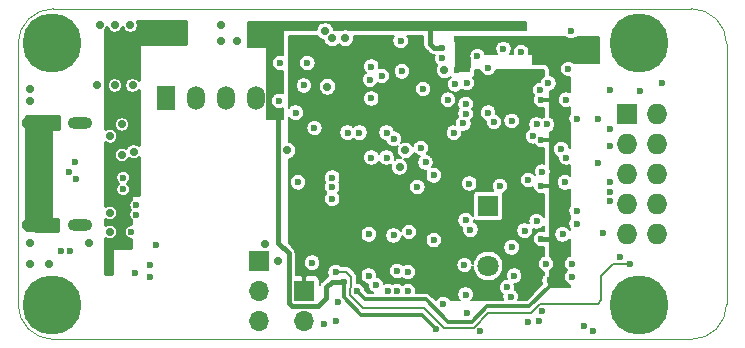
<source format=gbr>
G04 #@! TF.GenerationSoftware,KiCad,Pcbnew,5.1.5+dfsg1-2build2*
G04 #@! TF.CreationDate,2020-09-23T01:19:26+04:00*
G04 #@! TF.ProjectId,RailLink,5261696c-4c69-46e6-9b2e-6b696361645f,rev?*
G04 #@! TF.SameCoordinates,PX5f5e100PY7a12000*
G04 #@! TF.FileFunction,Copper,L3,Inr*
G04 #@! TF.FilePolarity,Positive*
%FSLAX46Y46*%
G04 Gerber Fmt 4.6, Leading zero omitted, Abs format (unit mm)*
G04 Created by KiCad (PCBNEW 5.1.5+dfsg1-2build2) date 2020-09-23 01:19:26*
%MOMM*%
%LPD*%
G04 APERTURE LIST*
%ADD10C,0.050000*%
%ADD11R,1.500000X2.000000*%
%ADD12O,1.500000X2.000000*%
%ADD13C,1.800000*%
%ADD14R,1.800000X1.800000*%
%ADD15O,1.700000X1.700000*%
%ADD16R,1.700000X1.700000*%
%ADD17C,5.000000*%
%ADD18C,0.800000*%
%ADD19O,2.100000X1.000000*%
%ADD20O,1.600000X1.000000*%
%ADD21O,1.727200X1.727200*%
%ADD22R,1.727200X1.727200*%
%ADD23C,0.700000*%
%ADD24C,0.600000*%
%ADD25C,1.000000*%
%ADD26C,0.400000*%
%ADD27C,0.300000*%
%ADD28C,0.200000*%
G04 APERTURE END LIST*
D10*
X3000000Y0D02*
G75*
G02X0Y3000000I0J3000000D01*
G01*
X0Y25000000D02*
G75*
G02X3000000Y28000000I3000000J0D01*
G01*
X57000000Y28000000D02*
G75*
G02X60000000Y25000000I0J-3000000D01*
G01*
X60000000Y3000000D02*
G75*
G02X57000000Y0I-3000000J0D01*
G01*
X57000000Y28000000D02*
X3000000Y28000000D01*
X60000000Y3000000D02*
X60000000Y25000000D01*
X3000000Y0D02*
X57000000Y0D01*
X0Y25000000D02*
X0Y3000000D01*
D11*
X12500000Y20400000D03*
D12*
X15040000Y20400000D03*
X17580000Y20400000D03*
X20120000Y20400000D03*
D13*
X39800000Y6220000D03*
X39800000Y8760000D03*
D14*
X39800000Y11300000D03*
D15*
X24200000Y1560000D03*
D16*
X24200000Y4100000D03*
D17*
X2900000Y25100000D03*
D18*
X4775000Y25100000D03*
X4225825Y23774175D03*
X2900000Y23225000D03*
X1574175Y23774175D03*
X1025000Y25100000D03*
X1574175Y26425825D03*
X2900000Y26975000D03*
X4225825Y26425825D03*
X4225825Y4225825D03*
X2900000Y4775000D03*
X1574175Y4225825D03*
X1025000Y2900000D03*
X1574175Y1574175D03*
X2900000Y1025000D03*
X4225825Y1574175D03*
X4775000Y2900000D03*
D17*
X2900000Y2900000D03*
D19*
X5280000Y9680000D03*
X5280000Y18320000D03*
D20*
X1100000Y18320000D03*
X1100000Y9680000D03*
D17*
X52600000Y2900000D03*
D18*
X54475000Y2900000D03*
X53925825Y1574175D03*
X52600000Y1025000D03*
X51274175Y1574175D03*
X50725000Y2900000D03*
X51274175Y4225825D03*
X52600000Y4775000D03*
X53925825Y4225825D03*
D21*
X54140000Y8920000D03*
X51600000Y8920000D03*
X54140000Y11460000D03*
X51600000Y11460000D03*
X54140000Y14000000D03*
X51600000Y14000000D03*
X54140000Y16540000D03*
X51600000Y16540000D03*
X54140000Y19080000D03*
D22*
X51600000Y19080000D03*
D18*
X53925825Y26425825D03*
X52600000Y26975000D03*
X51274175Y26425825D03*
X50725000Y25100000D03*
X51274175Y23774175D03*
X52600000Y23225000D03*
X53925825Y23774175D03*
X54475000Y25100000D03*
D17*
X52600000Y25100000D03*
D15*
X20400000Y1520000D03*
X20400000Y4060000D03*
D16*
X20400000Y6600000D03*
D23*
X6700000Y21500000D03*
X9700000Y21500000D03*
X8200000Y21500000D03*
X6900000Y26600000D03*
X9500000Y26600000D03*
X8200000Y26600000D03*
X7800000Y17200000D03*
D24*
X9900000Y5600000D03*
X11700000Y8000000D03*
D23*
X8800000Y15600000D03*
D24*
X8900000Y13700000D03*
X8900000Y12700000D03*
D23*
X9800000Y15900000D03*
D24*
X9600000Y9100000D03*
D23*
X8800000Y18200000D03*
X1000000Y8200000D03*
X1000000Y6400000D03*
X2600000Y6400000D03*
X7800000Y9100000D03*
X7800000Y10700000D03*
X6000000Y8200000D03*
X1000000Y20200000D03*
X1000000Y21200000D03*
X13900000Y26600000D03*
X7800000Y16200000D03*
X9800000Y18600000D03*
D24*
X7700000Y5800000D03*
D23*
X7700000Y11700000D03*
X13900000Y25300000D03*
D24*
X41700000Y3600000D03*
X43200000Y13500000D03*
X46400000Y20300000D03*
X46000000Y16100000D03*
X34500000Y15000000D03*
X33000000Y5700000D03*
X34300000Y21200000D03*
X30800000Y22300000D03*
X40800000Y13000000D03*
X32400000Y25300000D03*
X43600000Y17200000D03*
D23*
X26000000Y26100000D03*
X26600000Y25500000D03*
X27700000Y25500000D03*
D24*
X44200000Y21100000D03*
X38200000Y13200000D03*
X24900000Y6500000D03*
D23*
X22800000Y16000000D03*
X26200000Y21400000D03*
D24*
X24200000Y21500000D03*
X24500000Y23400000D03*
X22200000Y23400000D03*
X23500000Y19200000D03*
X22100000Y20200000D03*
X42900000Y9200000D03*
D23*
X17200000Y26600000D03*
X18500000Y25300000D03*
X17200000Y25300000D03*
X22000000Y6600000D03*
X20900000Y8100000D03*
D24*
X33100000Y9100000D03*
D23*
X32300000Y14600000D03*
X32800000Y16000000D03*
D24*
X29900000Y20400000D03*
X25900000Y1300000D03*
X41100000Y24600000D03*
X46800000Y26100000D03*
X46600000Y22900000D03*
X43200000Y1500000D03*
X46300000Y13300000D03*
X42000000Y5400000D03*
X41800000Y7800000D03*
X40300000Y18400000D03*
X46900000Y5300000D03*
X37800000Y6300000D03*
X38300000Y9300000D03*
X46100000Y8900000D03*
X47300000Y9800000D03*
X49500000Y9000000D03*
X42600000Y24300000D03*
X43900000Y10000000D03*
X54500000Y21700000D03*
X42800000Y26700000D03*
X35400000Y900000D03*
D25*
X22000000Y19100000D03*
D23*
X19800000Y25300000D03*
X20900000Y26600000D03*
X20900000Y25300000D03*
D24*
X27600000Y4900000D03*
X35900000Y24700000D03*
X29900000Y23099980D03*
X32500000Y22700000D03*
X43800000Y15400000D03*
X44300000Y19000000D03*
X32600000Y20400000D03*
X35100000Y15600000D03*
X44200000Y22400000D03*
D23*
X28400000Y22800000D03*
X28400000Y21800000D03*
D24*
X24200000Y8300000D03*
X27900000Y20400000D03*
X35600000Y5400000D03*
X36500000Y8100000D03*
X44300000Y11900000D03*
X44300000Y7300000D03*
X43900000Y4500000D03*
X37200000Y22800000D03*
X48100000Y24700000D03*
X49000000Y24700000D03*
X44300000Y20300000D03*
X44200000Y24000000D03*
X28700000Y4100000D03*
X37200000Y25400000D03*
X44300000Y16900000D03*
X44300000Y13000000D03*
X44300000Y8500000D03*
X45000000Y5000000D03*
X39800000Y19200000D03*
X4400000Y7500000D03*
X4882843Y13617157D03*
X4800000Y15000000D03*
X3600000Y7500000D03*
X4317157Y14182843D03*
X26900000Y1600000D03*
X39100000Y700000D03*
X48700000Y700000D03*
X51000000Y7000000D03*
X50100000Y21100000D03*
X50100000Y17800000D03*
X50100000Y13300000D03*
X47900000Y1100000D03*
X49100000Y14900000D03*
X49100000Y18700000D03*
X50100000Y11700000D03*
X50100000Y12500000D03*
X50100000Y16400000D03*
X36000000Y3000000D03*
X46900000Y6400000D03*
X11200000Y5300000D03*
X10000000Y10560000D03*
X11200000Y6300000D03*
X10000000Y11360000D03*
X31300000Y4100000D03*
X35900000Y23800000D03*
X31800000Y8800000D03*
X30300000Y4600000D03*
X27100000Y3200000D03*
X32100000Y4100000D03*
X32100000Y5800000D03*
X26600000Y11900000D03*
X39800000Y23000000D03*
X26600000Y13700000D03*
X38000000Y21700000D03*
X27900000Y17500000D03*
X37900000Y19100000D03*
X31800000Y17000000D03*
X37900000Y19900000D03*
X25100000Y17900000D03*
X37000000Y21600000D03*
X37900000Y3800000D03*
X33800000Y12900000D03*
X28900000Y17500000D03*
X35200000Y8400000D03*
X38000000Y2200000D03*
X44700000Y6400000D03*
X33000000Y4100000D03*
X29900000Y15400000D03*
X31200000Y15400000D03*
X44800000Y18200000D03*
X47300000Y18700000D03*
X44900000Y21700000D03*
X46400000Y15400000D03*
X47300000Y10900000D03*
X44400000Y2400000D03*
X26600000Y12900000D03*
D23*
X36100000Y22800000D03*
D24*
X23700000Y13300000D03*
X41800000Y18500000D03*
X36400000Y20300000D03*
X37700000Y18300000D03*
X29800000Y22000000D03*
X38900000Y24000000D03*
X29700000Y8900000D03*
X29700000Y5400000D03*
X43900000Y18200000D03*
X31200000Y17500000D03*
X44400000Y14200000D03*
X34100000Y16200000D03*
X36900000Y17500000D03*
X44100000Y1600000D03*
X35200000Y13900000D03*
X37900000Y10100000D03*
X41400000Y4400000D03*
X52700000Y21000000D03*
X26900000Y5700000D03*
X51800000Y6400000D03*
D26*
X22000000Y8200000D02*
X22000000Y19100000D01*
D27*
X29050000Y2100000D02*
X34200000Y2100000D01*
X27600000Y4900000D02*
X27600000Y3550000D01*
X27600000Y3550000D02*
X29050000Y2100000D01*
X34200000Y2100000D02*
X35400000Y900000D01*
D26*
X22000000Y8200000D02*
X22900000Y7300000D01*
X22900000Y7300000D02*
X22900000Y3100000D01*
X22900000Y3100000D02*
X23200000Y2800000D01*
X23200000Y2800000D02*
X25400000Y2800000D01*
X26100000Y3500000D02*
X26100000Y4400000D01*
X26600000Y4900000D02*
X27600000Y4900000D01*
X26100000Y4400000D02*
X26600000Y4900000D01*
X34900000Y25000000D02*
X34900000Y26600000D01*
X35200000Y24700000D02*
X34900000Y25000000D01*
X35900000Y24700000D02*
X35200000Y24700000D01*
X25400000Y2800000D02*
X26100000Y3500000D01*
D27*
X29400000Y3400000D02*
X34500000Y3400000D01*
X34500000Y3400000D02*
X36400000Y1500000D01*
X28700000Y4100000D02*
X29400000Y3400000D01*
X36400000Y1500000D02*
X38400000Y1500000D01*
X38400000Y1500000D02*
X39700000Y2800000D01*
X39700000Y2800000D02*
X43300000Y2800000D01*
X45000000Y4500000D02*
X45000000Y5000000D01*
X43300000Y2800000D02*
X45000000Y4500000D01*
D26*
X44300000Y8500000D02*
X45400000Y8500000D01*
D27*
X44300000Y13000000D02*
X45300000Y13000000D01*
X44300000Y16900000D02*
X45400000Y16900000D01*
X44300000Y20300000D02*
X45200000Y20300000D01*
D28*
X50400000Y6400000D02*
X51800000Y6400000D01*
X49400000Y5400000D02*
X50400000Y6400000D01*
X49400000Y3300000D02*
X49400000Y5400000D01*
X49100000Y3000000D02*
X49400000Y3300000D01*
X44200000Y3000000D02*
X49100000Y3000000D01*
X43400000Y2200000D02*
X44200000Y3000000D01*
X28100000Y4300000D02*
X28100000Y3800000D01*
X28200000Y4400000D02*
X28100000Y4300000D01*
X28200000Y5300000D02*
X28200000Y4400000D01*
X26900000Y5700000D02*
X27800000Y5700000D01*
X27800000Y5700000D02*
X28200000Y5300000D01*
X29200000Y2700000D02*
X34400000Y2700000D01*
X28100000Y3800000D02*
X29200000Y2700000D01*
X34400000Y2700000D02*
X36100000Y1000000D01*
X38600000Y1000000D02*
X39800000Y2200000D01*
X36100000Y1000000D02*
X38600000Y1000000D01*
X39800000Y2200000D02*
X43400000Y2200000D01*
G36*
X43000000Y26200000D02*
G01*
X27969895Y26200000D01*
X27918767Y26221178D01*
X27773869Y26250000D01*
X27626131Y26250000D01*
X27481233Y26221178D01*
X27430105Y26200000D01*
X26869895Y26200000D01*
X26818767Y26221178D01*
X26737369Y26237369D01*
X26721178Y26318767D01*
X26664641Y26455258D01*
X26582563Y26578097D01*
X26478097Y26682563D01*
X26355258Y26764641D01*
X26218767Y26821178D01*
X26073869Y26850000D01*
X25926131Y26850000D01*
X25781233Y26821178D01*
X25644742Y26764641D01*
X25521903Y26682563D01*
X25417437Y26578097D01*
X25335359Y26455258D01*
X25278822Y26318767D01*
X25255198Y26200000D01*
X22500000Y26200000D01*
X22480491Y26198079D01*
X22461732Y26192388D01*
X22444443Y26183147D01*
X22429289Y26170711D01*
X22416853Y26155557D01*
X22407612Y26138268D01*
X22401921Y26119509D01*
X22400000Y26100000D01*
X22400000Y24073931D01*
X22268944Y24100000D01*
X22131056Y24100000D01*
X21995818Y24073099D01*
X21868426Y24020332D01*
X21753776Y23943726D01*
X21656274Y23846224D01*
X21579668Y23731574D01*
X21526901Y23604182D01*
X21500000Y23468944D01*
X21500000Y23331056D01*
X21526901Y23195818D01*
X21579668Y23068426D01*
X21656274Y22953776D01*
X21753776Y22856274D01*
X21868426Y22779668D01*
X21995818Y22726901D01*
X22131056Y22700000D01*
X22268944Y22700000D01*
X22400000Y22726069D01*
X22400000Y20833410D01*
X22304182Y20873099D01*
X22168944Y20900000D01*
X22031056Y20900000D01*
X21895818Y20873099D01*
X21768426Y20820332D01*
X21653776Y20743726D01*
X21556274Y20646224D01*
X21479668Y20531574D01*
X21426901Y20404182D01*
X21400000Y20268944D01*
X21400000Y20131056D01*
X21426901Y19995818D01*
X21479668Y19868426D01*
X21556274Y19753776D01*
X21653776Y19656274D01*
X21768426Y19579668D01*
X21895818Y19526901D01*
X22031056Y19500000D01*
X22168944Y19500000D01*
X22304182Y19526901D01*
X22400000Y19566590D01*
X22400000Y18700000D01*
X21100000Y18700000D01*
X21100000Y24700000D01*
X21098079Y24719509D01*
X21092388Y24738268D01*
X21083147Y24755557D01*
X21070711Y24770711D01*
X21055557Y24783147D01*
X21038268Y24792388D01*
X21019509Y24798079D01*
X21000000Y24800000D01*
X19500000Y24800000D01*
X19500000Y26900000D01*
X43000000Y26900000D01*
X43000000Y26200000D01*
G37*
X43000000Y26200000D02*
X27969895Y26200000D01*
X27918767Y26221178D01*
X27773869Y26250000D01*
X27626131Y26250000D01*
X27481233Y26221178D01*
X27430105Y26200000D01*
X26869895Y26200000D01*
X26818767Y26221178D01*
X26737369Y26237369D01*
X26721178Y26318767D01*
X26664641Y26455258D01*
X26582563Y26578097D01*
X26478097Y26682563D01*
X26355258Y26764641D01*
X26218767Y26821178D01*
X26073869Y26850000D01*
X25926131Y26850000D01*
X25781233Y26821178D01*
X25644742Y26764641D01*
X25521903Y26682563D01*
X25417437Y26578097D01*
X25335359Y26455258D01*
X25278822Y26318767D01*
X25255198Y26200000D01*
X22500000Y26200000D01*
X22480491Y26198079D01*
X22461732Y26192388D01*
X22444443Y26183147D01*
X22429289Y26170711D01*
X22416853Y26155557D01*
X22407612Y26138268D01*
X22401921Y26119509D01*
X22400000Y26100000D01*
X22400000Y24073931D01*
X22268944Y24100000D01*
X22131056Y24100000D01*
X21995818Y24073099D01*
X21868426Y24020332D01*
X21753776Y23943726D01*
X21656274Y23846224D01*
X21579668Y23731574D01*
X21526901Y23604182D01*
X21500000Y23468944D01*
X21500000Y23331056D01*
X21526901Y23195818D01*
X21579668Y23068426D01*
X21656274Y22953776D01*
X21753776Y22856274D01*
X21868426Y22779668D01*
X21995818Y22726901D01*
X22131056Y22700000D01*
X22268944Y22700000D01*
X22400000Y22726069D01*
X22400000Y20833410D01*
X22304182Y20873099D01*
X22168944Y20900000D01*
X22031056Y20900000D01*
X21895818Y20873099D01*
X21768426Y20820332D01*
X21653776Y20743726D01*
X21556274Y20646224D01*
X21479668Y20531574D01*
X21426901Y20404182D01*
X21400000Y20268944D01*
X21400000Y20131056D01*
X21426901Y19995818D01*
X21479668Y19868426D01*
X21556274Y19753776D01*
X21653776Y19656274D01*
X21768426Y19579668D01*
X21895818Y19526901D01*
X22031056Y19500000D01*
X22168944Y19500000D01*
X22304182Y19526901D01*
X22400000Y19566590D01*
X22400000Y18700000D01*
X21100000Y18700000D01*
X21100000Y24700000D01*
X21098079Y24719509D01*
X21092388Y24738268D01*
X21083147Y24755557D01*
X21070711Y24770711D01*
X21055557Y24783147D01*
X21038268Y24792388D01*
X21019509Y24798079D01*
X21000000Y24800000D01*
X19500000Y24800000D01*
X19500000Y26900000D01*
X43000000Y26900000D01*
X43000000Y26200000D01*
D27*
G36*
X14250000Y25050000D02*
G01*
X10400000Y25050000D01*
X10370736Y25047118D01*
X10342597Y25038582D01*
X10316664Y25024720D01*
X10293934Y25006066D01*
X10275280Y24983336D01*
X10261418Y24957403D01*
X10252882Y24929264D01*
X10250000Y24900000D01*
X10250000Y21936834D01*
X10243726Y21946224D01*
X10146224Y22043726D01*
X10031574Y22120332D01*
X9904182Y22173099D01*
X9768944Y22200000D01*
X9631056Y22200000D01*
X9495818Y22173099D01*
X9368426Y22120332D01*
X9253776Y22043726D01*
X9156274Y21946224D01*
X9079668Y21831574D01*
X9026901Y21704182D01*
X9000000Y21568944D01*
X9000000Y21431056D01*
X9026901Y21295818D01*
X9079668Y21168426D01*
X9156274Y21053776D01*
X9253776Y20956274D01*
X9368426Y20879668D01*
X9495818Y20826901D01*
X9631056Y20800000D01*
X9768944Y20800000D01*
X9904182Y20826901D01*
X10031574Y20879668D01*
X10146224Y20956274D01*
X10243726Y21053776D01*
X10250000Y21063166D01*
X10250000Y16439950D01*
X10246224Y16443726D01*
X10131574Y16520332D01*
X10004182Y16573099D01*
X9868944Y16600000D01*
X9731056Y16600000D01*
X9595818Y16573099D01*
X9468426Y16520332D01*
X9353776Y16443726D01*
X9256274Y16346224D01*
X9179668Y16231574D01*
X9165596Y16197600D01*
X9131574Y16220332D01*
X9004182Y16273099D01*
X8868944Y16300000D01*
X8731056Y16300000D01*
X8595818Y16273099D01*
X8468426Y16220332D01*
X8353776Y16143726D01*
X8256274Y16046224D01*
X8179668Y15931574D01*
X8126901Y15804182D01*
X8100000Y15668944D01*
X8100000Y15531056D01*
X8126901Y15395818D01*
X8179668Y15268426D01*
X8256274Y15153776D01*
X8353776Y15056274D01*
X8468426Y14979668D01*
X8595818Y14926901D01*
X8731056Y14900000D01*
X8868944Y14900000D01*
X9004182Y14926901D01*
X9131574Y14979668D01*
X9246224Y15056274D01*
X9343726Y15153776D01*
X9420332Y15268426D01*
X9434404Y15302400D01*
X9468426Y15279668D01*
X9595818Y15226901D01*
X9731056Y15200000D01*
X9868944Y15200000D01*
X10004182Y15226901D01*
X10131574Y15279668D01*
X10246224Y15356274D01*
X10250000Y15360050D01*
X10250000Y12250000D01*
X9700000Y12250000D01*
X9670736Y12247118D01*
X9642597Y12238582D01*
X9616664Y12224720D01*
X9593934Y12206066D01*
X9575280Y12183336D01*
X9561418Y12157403D01*
X9552882Y12129264D01*
X9550000Y12100000D01*
X9550000Y11829239D01*
X9495112Y11774351D01*
X9423978Y11667890D01*
X9374979Y11549598D01*
X9350000Y11424019D01*
X9350000Y11295981D01*
X9374979Y11170402D01*
X9423978Y11052110D01*
X9485523Y10960000D01*
X9423978Y10867890D01*
X9374979Y10749598D01*
X9350000Y10624019D01*
X9350000Y10495981D01*
X9374979Y10370402D01*
X9423978Y10252110D01*
X9495112Y10145649D01*
X9550000Y10090761D01*
X9550000Y9750000D01*
X9535981Y9750000D01*
X9410402Y9725021D01*
X9292110Y9676022D01*
X9185649Y9604888D01*
X9095112Y9514351D01*
X9023978Y9407890D01*
X8974979Y9289598D01*
X8950000Y9164019D01*
X8950000Y9035981D01*
X8974979Y8910402D01*
X9023978Y8792110D01*
X9095112Y8685649D01*
X9185649Y8595112D01*
X9292110Y8523978D01*
X9410402Y8474979D01*
X9535981Y8450000D01*
X9550000Y8450000D01*
X9550000Y7750000D01*
X8100000Y7750000D01*
X8070736Y7747118D01*
X8042597Y7738582D01*
X8016664Y7724720D01*
X7993934Y7706066D01*
X7975280Y7683336D01*
X7961418Y7657403D01*
X7952882Y7629264D01*
X7950000Y7600000D01*
X7950000Y5550000D01*
X7450000Y5550000D01*
X7450000Y8491980D01*
X7468426Y8479668D01*
X7595818Y8426901D01*
X7731056Y8400000D01*
X7868944Y8400000D01*
X8004182Y8426901D01*
X8131574Y8479668D01*
X8246224Y8556274D01*
X8343726Y8653776D01*
X8420332Y8768426D01*
X8473099Y8895818D01*
X8500000Y9031056D01*
X8500000Y9168944D01*
X8473099Y9304182D01*
X8420332Y9431574D01*
X8343726Y9546224D01*
X8246224Y9643726D01*
X8131574Y9720332D01*
X8004182Y9773099D01*
X7868944Y9800000D01*
X7731056Y9800000D01*
X7595818Y9773099D01*
X7468426Y9720332D01*
X7450000Y9708020D01*
X7450000Y10091980D01*
X7468426Y10079668D01*
X7595818Y10026901D01*
X7731056Y10000000D01*
X7868944Y10000000D01*
X8004182Y10026901D01*
X8131574Y10079668D01*
X8246224Y10156274D01*
X8343726Y10253776D01*
X8420332Y10368426D01*
X8473099Y10495818D01*
X8500000Y10631056D01*
X8500000Y10768944D01*
X8473099Y10904182D01*
X8420332Y11031574D01*
X8343726Y11146224D01*
X8246224Y11243726D01*
X8131574Y11320332D01*
X8004182Y11373099D01*
X7868944Y11400000D01*
X7731056Y11400000D01*
X7595818Y11373099D01*
X7468426Y11320332D01*
X7450000Y11308020D01*
X7450000Y13764019D01*
X8250000Y13764019D01*
X8250000Y13635981D01*
X8274979Y13510402D01*
X8323978Y13392110D01*
X8395112Y13285649D01*
X8480761Y13200000D01*
X8395112Y13114351D01*
X8323978Y13007890D01*
X8274979Y12889598D01*
X8250000Y12764019D01*
X8250000Y12635981D01*
X8274979Y12510402D01*
X8323978Y12392110D01*
X8395112Y12285649D01*
X8485649Y12195112D01*
X8592110Y12123978D01*
X8710402Y12074979D01*
X8835981Y12050000D01*
X8964019Y12050000D01*
X9089598Y12074979D01*
X9207890Y12123978D01*
X9314351Y12195112D01*
X9404888Y12285649D01*
X9476022Y12392110D01*
X9525021Y12510402D01*
X9550000Y12635981D01*
X9550000Y12764019D01*
X9525021Y12889598D01*
X9476022Y13007890D01*
X9404888Y13114351D01*
X9319239Y13200000D01*
X9404888Y13285649D01*
X9476022Y13392110D01*
X9525021Y13510402D01*
X9550000Y13635981D01*
X9550000Y13764019D01*
X9525021Y13889598D01*
X9476022Y14007890D01*
X9404888Y14114351D01*
X9314351Y14204888D01*
X9207890Y14276022D01*
X9089598Y14325021D01*
X8964019Y14350000D01*
X8835981Y14350000D01*
X8710402Y14325021D01*
X8592110Y14276022D01*
X8485649Y14204888D01*
X8395112Y14114351D01*
X8323978Y14007890D01*
X8274979Y13889598D01*
X8250000Y13764019D01*
X7450000Y13764019D01*
X7450000Y16591980D01*
X7468426Y16579668D01*
X7595818Y16526901D01*
X7731056Y16500000D01*
X7868944Y16500000D01*
X8004182Y16526901D01*
X8131574Y16579668D01*
X8246224Y16656274D01*
X8343726Y16753776D01*
X8420332Y16868426D01*
X8473099Y16995818D01*
X8500000Y17131056D01*
X8500000Y17268944D01*
X8473099Y17404182D01*
X8420332Y17531574D01*
X8343726Y17646224D01*
X8246224Y17743726D01*
X8131574Y17820332D01*
X8004182Y17873099D01*
X7868944Y17900000D01*
X7731056Y17900000D01*
X7595818Y17873099D01*
X7468426Y17820332D01*
X7450000Y17808020D01*
X7450000Y18268944D01*
X8100000Y18268944D01*
X8100000Y18131056D01*
X8126901Y17995818D01*
X8179668Y17868426D01*
X8256274Y17753776D01*
X8353776Y17656274D01*
X8468426Y17579668D01*
X8595818Y17526901D01*
X8731056Y17500000D01*
X8868944Y17500000D01*
X9004182Y17526901D01*
X9131574Y17579668D01*
X9246224Y17656274D01*
X9343726Y17753776D01*
X9420332Y17868426D01*
X9473099Y17995818D01*
X9500000Y18131056D01*
X9500000Y18268944D01*
X9473099Y18404182D01*
X9420332Y18531574D01*
X9343726Y18646224D01*
X9246224Y18743726D01*
X9131574Y18820332D01*
X9004182Y18873099D01*
X8868944Y18900000D01*
X8731056Y18900000D01*
X8595818Y18873099D01*
X8468426Y18820332D01*
X8353776Y18743726D01*
X8256274Y18646224D01*
X8179668Y18531574D01*
X8126901Y18404182D01*
X8100000Y18268944D01*
X7450000Y18268944D01*
X7450000Y21568944D01*
X7500000Y21568944D01*
X7500000Y21431056D01*
X7526901Y21295818D01*
X7579668Y21168426D01*
X7656274Y21053776D01*
X7753776Y20956274D01*
X7868426Y20879668D01*
X7995818Y20826901D01*
X8131056Y20800000D01*
X8268944Y20800000D01*
X8404182Y20826901D01*
X8531574Y20879668D01*
X8646224Y20956274D01*
X8743726Y21053776D01*
X8820332Y21168426D01*
X8873099Y21295818D01*
X8900000Y21431056D01*
X8900000Y21568944D01*
X8873099Y21704182D01*
X8820332Y21831574D01*
X8743726Y21946224D01*
X8646224Y22043726D01*
X8531574Y22120332D01*
X8404182Y22173099D01*
X8268944Y22200000D01*
X8131056Y22200000D01*
X7995818Y22173099D01*
X7868426Y22120332D01*
X7753776Y22043726D01*
X7656274Y21946224D01*
X7579668Y21831574D01*
X7526901Y21704182D01*
X7500000Y21568944D01*
X7450000Y21568944D01*
X7450000Y26163166D01*
X7520332Y26268426D01*
X7550000Y26340052D01*
X7579668Y26268426D01*
X7656274Y26153776D01*
X7753776Y26056274D01*
X7868426Y25979668D01*
X7995818Y25926901D01*
X8131056Y25900000D01*
X8268944Y25900000D01*
X8404182Y25926901D01*
X8531574Y25979668D01*
X8646224Y26056274D01*
X8743726Y26153776D01*
X8820332Y26268426D01*
X8850000Y26340052D01*
X8879668Y26268426D01*
X8956274Y26153776D01*
X9053776Y26056274D01*
X9168426Y25979668D01*
X9295818Y25926901D01*
X9431056Y25900000D01*
X9568944Y25900000D01*
X9704182Y25926901D01*
X9831574Y25979668D01*
X9946224Y26056274D01*
X10043726Y26153776D01*
X10120332Y26268426D01*
X10173099Y26395818D01*
X10200000Y26531056D01*
X10200000Y26668944D01*
X10173099Y26804182D01*
X10154121Y26850000D01*
X14250000Y26850000D01*
X14250000Y25050000D01*
G37*
X14250000Y25050000D02*
X10400000Y25050000D01*
X10370736Y25047118D01*
X10342597Y25038582D01*
X10316664Y25024720D01*
X10293934Y25006066D01*
X10275280Y24983336D01*
X10261418Y24957403D01*
X10252882Y24929264D01*
X10250000Y24900000D01*
X10250000Y21936834D01*
X10243726Y21946224D01*
X10146224Y22043726D01*
X10031574Y22120332D01*
X9904182Y22173099D01*
X9768944Y22200000D01*
X9631056Y22200000D01*
X9495818Y22173099D01*
X9368426Y22120332D01*
X9253776Y22043726D01*
X9156274Y21946224D01*
X9079668Y21831574D01*
X9026901Y21704182D01*
X9000000Y21568944D01*
X9000000Y21431056D01*
X9026901Y21295818D01*
X9079668Y21168426D01*
X9156274Y21053776D01*
X9253776Y20956274D01*
X9368426Y20879668D01*
X9495818Y20826901D01*
X9631056Y20800000D01*
X9768944Y20800000D01*
X9904182Y20826901D01*
X10031574Y20879668D01*
X10146224Y20956274D01*
X10243726Y21053776D01*
X10250000Y21063166D01*
X10250000Y16439950D01*
X10246224Y16443726D01*
X10131574Y16520332D01*
X10004182Y16573099D01*
X9868944Y16600000D01*
X9731056Y16600000D01*
X9595818Y16573099D01*
X9468426Y16520332D01*
X9353776Y16443726D01*
X9256274Y16346224D01*
X9179668Y16231574D01*
X9165596Y16197600D01*
X9131574Y16220332D01*
X9004182Y16273099D01*
X8868944Y16300000D01*
X8731056Y16300000D01*
X8595818Y16273099D01*
X8468426Y16220332D01*
X8353776Y16143726D01*
X8256274Y16046224D01*
X8179668Y15931574D01*
X8126901Y15804182D01*
X8100000Y15668944D01*
X8100000Y15531056D01*
X8126901Y15395818D01*
X8179668Y15268426D01*
X8256274Y15153776D01*
X8353776Y15056274D01*
X8468426Y14979668D01*
X8595818Y14926901D01*
X8731056Y14900000D01*
X8868944Y14900000D01*
X9004182Y14926901D01*
X9131574Y14979668D01*
X9246224Y15056274D01*
X9343726Y15153776D01*
X9420332Y15268426D01*
X9434404Y15302400D01*
X9468426Y15279668D01*
X9595818Y15226901D01*
X9731056Y15200000D01*
X9868944Y15200000D01*
X10004182Y15226901D01*
X10131574Y15279668D01*
X10246224Y15356274D01*
X10250000Y15360050D01*
X10250000Y12250000D01*
X9700000Y12250000D01*
X9670736Y12247118D01*
X9642597Y12238582D01*
X9616664Y12224720D01*
X9593934Y12206066D01*
X9575280Y12183336D01*
X9561418Y12157403D01*
X9552882Y12129264D01*
X9550000Y12100000D01*
X9550000Y11829239D01*
X9495112Y11774351D01*
X9423978Y11667890D01*
X9374979Y11549598D01*
X9350000Y11424019D01*
X9350000Y11295981D01*
X9374979Y11170402D01*
X9423978Y11052110D01*
X9485523Y10960000D01*
X9423978Y10867890D01*
X9374979Y10749598D01*
X9350000Y10624019D01*
X9350000Y10495981D01*
X9374979Y10370402D01*
X9423978Y10252110D01*
X9495112Y10145649D01*
X9550000Y10090761D01*
X9550000Y9750000D01*
X9535981Y9750000D01*
X9410402Y9725021D01*
X9292110Y9676022D01*
X9185649Y9604888D01*
X9095112Y9514351D01*
X9023978Y9407890D01*
X8974979Y9289598D01*
X8950000Y9164019D01*
X8950000Y9035981D01*
X8974979Y8910402D01*
X9023978Y8792110D01*
X9095112Y8685649D01*
X9185649Y8595112D01*
X9292110Y8523978D01*
X9410402Y8474979D01*
X9535981Y8450000D01*
X9550000Y8450000D01*
X9550000Y7750000D01*
X8100000Y7750000D01*
X8070736Y7747118D01*
X8042597Y7738582D01*
X8016664Y7724720D01*
X7993934Y7706066D01*
X7975280Y7683336D01*
X7961418Y7657403D01*
X7952882Y7629264D01*
X7950000Y7600000D01*
X7950000Y5550000D01*
X7450000Y5550000D01*
X7450000Y8491980D01*
X7468426Y8479668D01*
X7595818Y8426901D01*
X7731056Y8400000D01*
X7868944Y8400000D01*
X8004182Y8426901D01*
X8131574Y8479668D01*
X8246224Y8556274D01*
X8343726Y8653776D01*
X8420332Y8768426D01*
X8473099Y8895818D01*
X8500000Y9031056D01*
X8500000Y9168944D01*
X8473099Y9304182D01*
X8420332Y9431574D01*
X8343726Y9546224D01*
X8246224Y9643726D01*
X8131574Y9720332D01*
X8004182Y9773099D01*
X7868944Y9800000D01*
X7731056Y9800000D01*
X7595818Y9773099D01*
X7468426Y9720332D01*
X7450000Y9708020D01*
X7450000Y10091980D01*
X7468426Y10079668D01*
X7595818Y10026901D01*
X7731056Y10000000D01*
X7868944Y10000000D01*
X8004182Y10026901D01*
X8131574Y10079668D01*
X8246224Y10156274D01*
X8343726Y10253776D01*
X8420332Y10368426D01*
X8473099Y10495818D01*
X8500000Y10631056D01*
X8500000Y10768944D01*
X8473099Y10904182D01*
X8420332Y11031574D01*
X8343726Y11146224D01*
X8246224Y11243726D01*
X8131574Y11320332D01*
X8004182Y11373099D01*
X7868944Y11400000D01*
X7731056Y11400000D01*
X7595818Y11373099D01*
X7468426Y11320332D01*
X7450000Y11308020D01*
X7450000Y13764019D01*
X8250000Y13764019D01*
X8250000Y13635981D01*
X8274979Y13510402D01*
X8323978Y13392110D01*
X8395112Y13285649D01*
X8480761Y13200000D01*
X8395112Y13114351D01*
X8323978Y13007890D01*
X8274979Y12889598D01*
X8250000Y12764019D01*
X8250000Y12635981D01*
X8274979Y12510402D01*
X8323978Y12392110D01*
X8395112Y12285649D01*
X8485649Y12195112D01*
X8592110Y12123978D01*
X8710402Y12074979D01*
X8835981Y12050000D01*
X8964019Y12050000D01*
X9089598Y12074979D01*
X9207890Y12123978D01*
X9314351Y12195112D01*
X9404888Y12285649D01*
X9476022Y12392110D01*
X9525021Y12510402D01*
X9550000Y12635981D01*
X9550000Y12764019D01*
X9525021Y12889598D01*
X9476022Y13007890D01*
X9404888Y13114351D01*
X9319239Y13200000D01*
X9404888Y13285649D01*
X9476022Y13392110D01*
X9525021Y13510402D01*
X9550000Y13635981D01*
X9550000Y13764019D01*
X9525021Y13889598D01*
X9476022Y14007890D01*
X9404888Y14114351D01*
X9314351Y14204888D01*
X9207890Y14276022D01*
X9089598Y14325021D01*
X8964019Y14350000D01*
X8835981Y14350000D01*
X8710402Y14325021D01*
X8592110Y14276022D01*
X8485649Y14204888D01*
X8395112Y14114351D01*
X8323978Y14007890D01*
X8274979Y13889598D01*
X8250000Y13764019D01*
X7450000Y13764019D01*
X7450000Y16591980D01*
X7468426Y16579668D01*
X7595818Y16526901D01*
X7731056Y16500000D01*
X7868944Y16500000D01*
X8004182Y16526901D01*
X8131574Y16579668D01*
X8246224Y16656274D01*
X8343726Y16753776D01*
X8420332Y16868426D01*
X8473099Y16995818D01*
X8500000Y17131056D01*
X8500000Y17268944D01*
X8473099Y17404182D01*
X8420332Y17531574D01*
X8343726Y17646224D01*
X8246224Y17743726D01*
X8131574Y17820332D01*
X8004182Y17873099D01*
X7868944Y17900000D01*
X7731056Y17900000D01*
X7595818Y17873099D01*
X7468426Y17820332D01*
X7450000Y17808020D01*
X7450000Y18268944D01*
X8100000Y18268944D01*
X8100000Y18131056D01*
X8126901Y17995818D01*
X8179668Y17868426D01*
X8256274Y17753776D01*
X8353776Y17656274D01*
X8468426Y17579668D01*
X8595818Y17526901D01*
X8731056Y17500000D01*
X8868944Y17500000D01*
X9004182Y17526901D01*
X9131574Y17579668D01*
X9246224Y17656274D01*
X9343726Y17753776D01*
X9420332Y17868426D01*
X9473099Y17995818D01*
X9500000Y18131056D01*
X9500000Y18268944D01*
X9473099Y18404182D01*
X9420332Y18531574D01*
X9343726Y18646224D01*
X9246224Y18743726D01*
X9131574Y18820332D01*
X9004182Y18873099D01*
X8868944Y18900000D01*
X8731056Y18900000D01*
X8595818Y18873099D01*
X8468426Y18820332D01*
X8353776Y18743726D01*
X8256274Y18646224D01*
X8179668Y18531574D01*
X8126901Y18404182D01*
X8100000Y18268944D01*
X7450000Y18268944D01*
X7450000Y21568944D01*
X7500000Y21568944D01*
X7500000Y21431056D01*
X7526901Y21295818D01*
X7579668Y21168426D01*
X7656274Y21053776D01*
X7753776Y20956274D01*
X7868426Y20879668D01*
X7995818Y20826901D01*
X8131056Y20800000D01*
X8268944Y20800000D01*
X8404182Y20826901D01*
X8531574Y20879668D01*
X8646224Y20956274D01*
X8743726Y21053776D01*
X8820332Y21168426D01*
X8873099Y21295818D01*
X8900000Y21431056D01*
X8900000Y21568944D01*
X8873099Y21704182D01*
X8820332Y21831574D01*
X8743726Y21946224D01*
X8646224Y22043726D01*
X8531574Y22120332D01*
X8404182Y22173099D01*
X8268944Y22200000D01*
X8131056Y22200000D01*
X7995818Y22173099D01*
X7868426Y22120332D01*
X7753776Y22043726D01*
X7656274Y21946224D01*
X7579668Y21831574D01*
X7526901Y21704182D01*
X7500000Y21568944D01*
X7450000Y21568944D01*
X7450000Y26163166D01*
X7520332Y26268426D01*
X7550000Y26340052D01*
X7579668Y26268426D01*
X7656274Y26153776D01*
X7753776Y26056274D01*
X7868426Y25979668D01*
X7995818Y25926901D01*
X8131056Y25900000D01*
X8268944Y25900000D01*
X8404182Y25926901D01*
X8531574Y25979668D01*
X8646224Y26056274D01*
X8743726Y26153776D01*
X8820332Y26268426D01*
X8850000Y26340052D01*
X8879668Y26268426D01*
X8956274Y26153776D01*
X9053776Y26056274D01*
X9168426Y25979668D01*
X9295818Y25926901D01*
X9431056Y25900000D01*
X9568944Y25900000D01*
X9704182Y25926901D01*
X9831574Y25979668D01*
X9946224Y26056274D01*
X10043726Y26153776D01*
X10120332Y26268426D01*
X10173099Y26395818D01*
X10200000Y26531056D01*
X10200000Y26668944D01*
X10173099Y26804182D01*
X10154121Y26850000D01*
X14250000Y26850000D01*
X14250000Y25050000D01*
G36*
X3450001Y17850000D02*
G01*
X2900000Y17850000D01*
X2870736Y17847118D01*
X2842597Y17838582D01*
X2816664Y17824720D01*
X2793934Y17806066D01*
X2775280Y17783336D01*
X2761418Y17757403D01*
X2752882Y17729264D01*
X2750000Y17700000D01*
X2750000Y10300000D01*
X2752882Y10270736D01*
X2761418Y10242597D01*
X2775280Y10216664D01*
X2793934Y10193934D01*
X2816664Y10175280D01*
X2842597Y10161418D01*
X2870736Y10152882D01*
X2900000Y10150000D01*
X3350000Y10150000D01*
X3350000Y9150000D01*
X1558171Y9150000D01*
X1521045Y9174807D01*
X1320858Y9257727D01*
X1108341Y9300000D01*
X891659Y9300000D01*
X775000Y9276795D01*
X775000Y18850000D01*
X3450001Y18850000D01*
X3450001Y17850000D01*
G37*
X3450001Y17850000D02*
X2900000Y17850000D01*
X2870736Y17847118D01*
X2842597Y17838582D01*
X2816664Y17824720D01*
X2793934Y17806066D01*
X2775280Y17783336D01*
X2761418Y17757403D01*
X2752882Y17729264D01*
X2750000Y17700000D01*
X2750000Y10300000D01*
X2752882Y10270736D01*
X2761418Y10242597D01*
X2775280Y10216664D01*
X2793934Y10193934D01*
X2816664Y10175280D01*
X2842597Y10161418D01*
X2870736Y10152882D01*
X2900000Y10150000D01*
X3350000Y10150000D01*
X3350000Y9150000D01*
X1558171Y9150000D01*
X1521045Y9174807D01*
X1320858Y9257727D01*
X1108341Y9300000D01*
X891659Y9300000D01*
X775000Y9276795D01*
X775000Y18850000D01*
X3450001Y18850000D01*
X3450001Y17850000D01*
D28*
G36*
X25417437Y25621903D02*
G01*
X25521903Y25517437D01*
X25644742Y25435359D01*
X25781233Y25378822D01*
X25862631Y25362631D01*
X25878822Y25281233D01*
X25935359Y25144742D01*
X26017437Y25021903D01*
X26121903Y24917437D01*
X26244742Y24835359D01*
X26381233Y24778822D01*
X26526131Y24750000D01*
X26673869Y24750000D01*
X26818767Y24778822D01*
X26955258Y24835359D01*
X27078097Y24917437D01*
X27150000Y24989340D01*
X27221903Y24917437D01*
X27344742Y24835359D01*
X27481233Y24778822D01*
X27626131Y24750000D01*
X27773869Y24750000D01*
X27918767Y24778822D01*
X28055258Y24835359D01*
X28178097Y24917437D01*
X28282563Y25021903D01*
X28364641Y25144742D01*
X28421178Y25281233D01*
X28450000Y25426131D01*
X28450000Y25573869D01*
X28424911Y25700000D01*
X31825388Y25700000D01*
X31779668Y25631574D01*
X31726901Y25504182D01*
X31700000Y25368944D01*
X31700000Y25231056D01*
X31726901Y25095818D01*
X31779668Y24968426D01*
X31856274Y24853776D01*
X31953776Y24756274D01*
X32068426Y24679668D01*
X32195818Y24626901D01*
X32331056Y24600000D01*
X32468944Y24600000D01*
X32604182Y24626901D01*
X32731574Y24679668D01*
X32846224Y24756274D01*
X32943726Y24853776D01*
X33020332Y24968426D01*
X33073099Y25095818D01*
X33100000Y25231056D01*
X33100000Y25368944D01*
X33073099Y25504182D01*
X33020332Y25631574D01*
X32974612Y25700000D01*
X34300000Y25700000D01*
X34300000Y25029474D01*
X34297097Y25000000D01*
X34300000Y24970527D01*
X34308682Y24882380D01*
X34342990Y24769280D01*
X34398704Y24665046D01*
X34473683Y24573683D01*
X34496586Y24554887D01*
X34754887Y24296586D01*
X34773683Y24273683D01*
X34865045Y24198704D01*
X34969279Y24142990D01*
X35082379Y24108682D01*
X35199999Y24097097D01*
X35229473Y24100000D01*
X35266590Y24100000D01*
X35226901Y24004182D01*
X35200000Y23868944D01*
X35200000Y23731056D01*
X35226901Y23595818D01*
X35279668Y23468426D01*
X35356274Y23353776D01*
X35453776Y23256274D01*
X35487707Y23233602D01*
X35435359Y23155258D01*
X35378822Y23018767D01*
X35350000Y22873869D01*
X35350000Y22726131D01*
X35378822Y22581233D01*
X35435359Y22444742D01*
X35517437Y22321903D01*
X35621903Y22217437D01*
X35744742Y22135359D01*
X35881233Y22078822D01*
X36026131Y22050000D01*
X36173869Y22050000D01*
X36318767Y22078822D01*
X36455258Y22135359D01*
X36578097Y22217437D01*
X36612760Y22252100D01*
X36616853Y22244443D01*
X36629289Y22229289D01*
X36644443Y22216853D01*
X36654875Y22211277D01*
X36553776Y22143726D01*
X36456274Y22046224D01*
X36379668Y21931574D01*
X36326901Y21804182D01*
X36300000Y21668944D01*
X36300000Y21531056D01*
X36326901Y21395818D01*
X36379668Y21268426D01*
X36456274Y21153776D01*
X36553776Y21056274D01*
X36668426Y20979668D01*
X36795818Y20926901D01*
X36931056Y20900000D01*
X37068944Y20900000D01*
X37204182Y20926901D01*
X37331574Y20979668D01*
X37446224Y21056274D01*
X37543726Y21153776D01*
X37548752Y21161298D01*
X37553776Y21156274D01*
X37668426Y21079668D01*
X37795818Y21026901D01*
X37931056Y21000000D01*
X38068944Y21000000D01*
X38204182Y21026901D01*
X38331574Y21079668D01*
X38446224Y21156274D01*
X38543726Y21253776D01*
X38620332Y21368426D01*
X38673099Y21495818D01*
X38700000Y21631056D01*
X38700000Y21768944D01*
X38673099Y21904182D01*
X38620332Y22031574D01*
X38543726Y22146224D01*
X38489950Y22200000D01*
X38600000Y22200000D01*
X38619509Y22201921D01*
X38638268Y22207612D01*
X38655557Y22216853D01*
X38670711Y22229289D01*
X38683147Y22244443D01*
X38692388Y22261732D01*
X38698079Y22280491D01*
X38700000Y22300000D01*
X38700000Y22800000D01*
X39126069Y22800000D01*
X39126901Y22795818D01*
X39179668Y22668426D01*
X39256274Y22553776D01*
X39353776Y22456274D01*
X39468426Y22379668D01*
X39595818Y22326901D01*
X39731056Y22300000D01*
X39868944Y22300000D01*
X40004182Y22326901D01*
X40131574Y22379668D01*
X40246224Y22456274D01*
X40343726Y22553776D01*
X40420332Y22668426D01*
X40473099Y22795818D01*
X40473931Y22800000D01*
X44500000Y22800000D01*
X44500000Y22274612D01*
X44453776Y22243726D01*
X44356274Y22146224D01*
X44279668Y22031574D01*
X44226901Y21904182D01*
X44206178Y21800000D01*
X44131056Y21800000D01*
X43995818Y21773099D01*
X43868426Y21720332D01*
X43753776Y21643726D01*
X43656274Y21546224D01*
X43579668Y21431574D01*
X43526901Y21304182D01*
X43500000Y21168944D01*
X43500000Y21031056D01*
X43526901Y20895818D01*
X43579668Y20768426D01*
X43656274Y20653776D01*
X43679319Y20630731D01*
X43626901Y20504182D01*
X43600000Y20368944D01*
X43600000Y20231056D01*
X43626901Y20095818D01*
X43679668Y19968426D01*
X43756274Y19853776D01*
X43853776Y19756274D01*
X43968426Y19679668D01*
X44095818Y19626901D01*
X44231056Y19600000D01*
X44368944Y19600000D01*
X44500000Y19626069D01*
X44500000Y18833410D01*
X44468426Y18820332D01*
X44353776Y18743726D01*
X44350000Y18739950D01*
X44346224Y18743726D01*
X44231574Y18820332D01*
X44104182Y18873099D01*
X43968944Y18900000D01*
X43831056Y18900000D01*
X43695818Y18873099D01*
X43568426Y18820332D01*
X43453776Y18743726D01*
X43356274Y18646224D01*
X43279668Y18531574D01*
X43226901Y18404182D01*
X43200000Y18268944D01*
X43200000Y18131056D01*
X43226901Y17995818D01*
X43279668Y17868426D01*
X43302400Y17834404D01*
X43268426Y17820332D01*
X43153776Y17743726D01*
X43056274Y17646224D01*
X42979668Y17531574D01*
X42926901Y17404182D01*
X42900000Y17268944D01*
X42900000Y17131056D01*
X42926901Y16995818D01*
X42979668Y16868426D01*
X43056274Y16753776D01*
X43153776Y16656274D01*
X43268426Y16579668D01*
X43395818Y16526901D01*
X43531056Y16500000D01*
X43668944Y16500000D01*
X43718766Y16509910D01*
X43756274Y16453776D01*
X43853776Y16356274D01*
X43968426Y16279668D01*
X44095818Y16226901D01*
X44231056Y16200000D01*
X44368944Y16200000D01*
X44500000Y16226069D01*
X44500000Y14893822D01*
X44468944Y14900000D01*
X44331056Y14900000D01*
X44195818Y14873099D01*
X44068426Y14820332D01*
X43953776Y14743726D01*
X43856274Y14646224D01*
X43779668Y14531574D01*
X43726901Y14404182D01*
X43700000Y14268944D01*
X43700000Y14131056D01*
X43726901Y13995818D01*
X43753506Y13931587D01*
X43743726Y13946224D01*
X43646224Y14043726D01*
X43531574Y14120332D01*
X43404182Y14173099D01*
X43268944Y14200000D01*
X43131056Y14200000D01*
X42995818Y14173099D01*
X42868426Y14120332D01*
X42753776Y14043726D01*
X42656274Y13946224D01*
X42579668Y13831574D01*
X42526901Y13704182D01*
X42500000Y13568944D01*
X42500000Y13431056D01*
X42526901Y13295818D01*
X42579668Y13168426D01*
X42656274Y13053776D01*
X42753776Y12956274D01*
X42868426Y12879668D01*
X42995818Y12826901D01*
X43131056Y12800000D01*
X43268944Y12800000D01*
X43404182Y12826901D01*
X43531574Y12879668D01*
X43600995Y12926053D01*
X43626901Y12795818D01*
X43679668Y12668426D01*
X43756274Y12553776D01*
X43853776Y12456274D01*
X43968426Y12379668D01*
X44095818Y12326901D01*
X44231056Y12300000D01*
X44368944Y12300000D01*
X44500000Y12326069D01*
X44500000Y10362003D01*
X44443726Y10446224D01*
X44346224Y10543726D01*
X44231574Y10620332D01*
X44104182Y10673099D01*
X43968944Y10700000D01*
X43831056Y10700000D01*
X43695818Y10673099D01*
X43568426Y10620332D01*
X43453776Y10543726D01*
X43356274Y10446224D01*
X43279668Y10331574D01*
X43226901Y10204182D01*
X43200000Y10068944D01*
X43200000Y9931056D01*
X43221167Y9824643D01*
X43104182Y9873099D01*
X42968944Y9900000D01*
X42831056Y9900000D01*
X42695818Y9873099D01*
X42568426Y9820332D01*
X42453776Y9743726D01*
X42356274Y9646224D01*
X42279668Y9531574D01*
X42226901Y9404182D01*
X42200000Y9268944D01*
X42200000Y9131056D01*
X42226901Y8995818D01*
X42279668Y8868426D01*
X42356274Y8753776D01*
X42453776Y8656274D01*
X42568426Y8579668D01*
X42695818Y8526901D01*
X42831056Y8500000D01*
X42968944Y8500000D01*
X43104182Y8526901D01*
X43231574Y8579668D01*
X43346224Y8656274D01*
X43443726Y8753776D01*
X43520332Y8868426D01*
X43573099Y8995818D01*
X43600000Y9131056D01*
X43600000Y9268944D01*
X43578833Y9375357D01*
X43695818Y9326901D01*
X43831056Y9300000D01*
X43968944Y9300000D01*
X44104182Y9326901D01*
X44231574Y9379668D01*
X44346224Y9456274D01*
X44443726Y9553776D01*
X44500000Y9637997D01*
X44500000Y9173931D01*
X44368944Y9200000D01*
X44231056Y9200000D01*
X44095818Y9173099D01*
X43968426Y9120332D01*
X43853776Y9043726D01*
X43756274Y8946224D01*
X43679668Y8831574D01*
X43626901Y8704182D01*
X43600000Y8568944D01*
X43600000Y8431056D01*
X43626901Y8295818D01*
X43679668Y8168426D01*
X43756274Y8053776D01*
X43853776Y7956274D01*
X43968426Y7879668D01*
X44095818Y7826901D01*
X44231056Y7800000D01*
X44368944Y7800000D01*
X44500000Y7826069D01*
X44500000Y7073931D01*
X44495818Y7073099D01*
X44368426Y7020332D01*
X44253776Y6943726D01*
X44156274Y6846224D01*
X44079668Y6731574D01*
X44026901Y6604182D01*
X44000000Y6468944D01*
X44000000Y6331056D01*
X44026901Y6195818D01*
X44079668Y6068426D01*
X44156274Y5953776D01*
X44253776Y5856274D01*
X44368426Y5779668D01*
X44495818Y5726901D01*
X44500000Y5726069D01*
X44500000Y5489950D01*
X44456274Y5446224D01*
X44379668Y5331574D01*
X44326901Y5204182D01*
X44300000Y5068944D01*
X44300000Y4931056D01*
X44326901Y4795818D01*
X44379668Y4668426D01*
X44384050Y4661868D01*
X43072183Y3350000D01*
X42354121Y3350000D01*
X42373099Y3395818D01*
X42400000Y3531056D01*
X42400000Y3668944D01*
X42373099Y3804182D01*
X42320332Y3931574D01*
X42243726Y4046224D01*
X42146224Y4143726D01*
X42072051Y4193287D01*
X42073099Y4195818D01*
X42100000Y4331056D01*
X42100000Y4468944D01*
X42073099Y4604182D01*
X42033410Y4700000D01*
X42068944Y4700000D01*
X42204182Y4726901D01*
X42331574Y4779668D01*
X42446224Y4856274D01*
X42543726Y4953776D01*
X42620332Y5068426D01*
X42673099Y5195818D01*
X42700000Y5331056D01*
X42700000Y5468944D01*
X42673099Y5604182D01*
X42620332Y5731574D01*
X42543726Y5846224D01*
X42446224Y5943726D01*
X42331574Y6020332D01*
X42204182Y6073099D01*
X42068944Y6100000D01*
X41931056Y6100000D01*
X41795818Y6073099D01*
X41668426Y6020332D01*
X41553776Y5943726D01*
X41456274Y5846224D01*
X41379668Y5731574D01*
X41326901Y5604182D01*
X41300000Y5468944D01*
X41300000Y5331056D01*
X41326901Y5195818D01*
X41366590Y5100000D01*
X41331056Y5100000D01*
X41195818Y5073099D01*
X41068426Y5020332D01*
X40953776Y4943726D01*
X40856274Y4846224D01*
X40779668Y4731574D01*
X40726901Y4604182D01*
X40700000Y4468944D01*
X40700000Y4331056D01*
X40726901Y4195818D01*
X40779668Y4068426D01*
X40856274Y3953776D01*
X40953776Y3856274D01*
X41027949Y3806713D01*
X41026901Y3804182D01*
X41000000Y3668944D01*
X41000000Y3531056D01*
X41026901Y3395818D01*
X41045879Y3350000D01*
X39727011Y3350000D01*
X39700000Y3352660D01*
X39672989Y3350000D01*
X39672982Y3350000D01*
X39592181Y3342042D01*
X39488506Y3310592D01*
X39468690Y3300000D01*
X38389950Y3300000D01*
X38443726Y3353776D01*
X38520332Y3468426D01*
X38573099Y3595818D01*
X38600000Y3731056D01*
X38600000Y3868944D01*
X38573099Y4004182D01*
X38520332Y4131574D01*
X38443726Y4246224D01*
X38346224Y4343726D01*
X38231574Y4420332D01*
X38104182Y4473099D01*
X37968944Y4500000D01*
X37831056Y4500000D01*
X37695818Y4473099D01*
X37568426Y4420332D01*
X37453776Y4343726D01*
X37356274Y4246224D01*
X37279668Y4131574D01*
X37226901Y4004182D01*
X37200000Y3868944D01*
X37200000Y3731056D01*
X37226901Y3595818D01*
X37279668Y3468426D01*
X37356274Y3353776D01*
X37410050Y3300000D01*
X36633410Y3300000D01*
X36620332Y3331574D01*
X36543726Y3446224D01*
X36446224Y3543726D01*
X36331574Y3620332D01*
X36204182Y3673099D01*
X36068944Y3700000D01*
X35931056Y3700000D01*
X35795818Y3673099D01*
X35668426Y3620332D01*
X35553776Y3543726D01*
X35456274Y3446224D01*
X35379668Y3331574D01*
X35369878Y3307939D01*
X34908012Y3769805D01*
X34890790Y3790790D01*
X34807042Y3859521D01*
X34711494Y3910592D01*
X34607819Y3942042D01*
X34527018Y3950000D01*
X34527008Y3950000D01*
X34500000Y3952660D01*
X34472992Y3950000D01*
X33683877Y3950000D01*
X33700000Y4031056D01*
X33700000Y4168944D01*
X33673099Y4304182D01*
X33620332Y4431574D01*
X33543726Y4546224D01*
X33446224Y4643726D01*
X33331574Y4720332D01*
X33204182Y4773099D01*
X33068944Y4800000D01*
X32931056Y4800000D01*
X32795818Y4773099D01*
X32668426Y4720332D01*
X32553776Y4643726D01*
X32550000Y4639950D01*
X32546224Y4643726D01*
X32431574Y4720332D01*
X32304182Y4773099D01*
X32168944Y4800000D01*
X32031056Y4800000D01*
X31895818Y4773099D01*
X31768426Y4720332D01*
X31700000Y4674612D01*
X31631574Y4720332D01*
X31504182Y4773099D01*
X31368944Y4800000D01*
X31231056Y4800000D01*
X31095818Y4773099D01*
X30988153Y4728503D01*
X30973099Y4804182D01*
X30920332Y4931574D01*
X30843726Y5046224D01*
X30746224Y5143726D01*
X30631574Y5220332D01*
X30504182Y5273099D01*
X30392876Y5295240D01*
X30400000Y5331056D01*
X30400000Y5468944D01*
X30373099Y5604182D01*
X30320332Y5731574D01*
X30243726Y5846224D01*
X30221006Y5868944D01*
X31400000Y5868944D01*
X31400000Y5731056D01*
X31426901Y5595818D01*
X31479668Y5468426D01*
X31556274Y5353776D01*
X31653776Y5256274D01*
X31768426Y5179668D01*
X31895818Y5126901D01*
X32031056Y5100000D01*
X32168944Y5100000D01*
X32304182Y5126901D01*
X32431574Y5179668D01*
X32490805Y5219245D01*
X32553776Y5156274D01*
X32668426Y5079668D01*
X32795818Y5026901D01*
X32931056Y5000000D01*
X33068944Y5000000D01*
X33204182Y5026901D01*
X33331574Y5079668D01*
X33446224Y5156274D01*
X33543726Y5253776D01*
X33620332Y5368426D01*
X33673099Y5495818D01*
X33700000Y5631056D01*
X33700000Y5768944D01*
X33673099Y5904182D01*
X33620332Y6031574D01*
X33543726Y6146224D01*
X33446224Y6243726D01*
X33331574Y6320332D01*
X33214214Y6368944D01*
X37100000Y6368944D01*
X37100000Y6231056D01*
X37126901Y6095818D01*
X37179668Y5968426D01*
X37256274Y5853776D01*
X37353776Y5756274D01*
X37468426Y5679668D01*
X37595818Y5626901D01*
X37731056Y5600000D01*
X37868944Y5600000D01*
X38004182Y5626901D01*
X38131574Y5679668D01*
X38246224Y5756274D01*
X38343726Y5853776D01*
X38420332Y5968426D01*
X38473099Y6095818D01*
X38500000Y6231056D01*
X38500000Y6091961D01*
X38549958Y5840804D01*
X38647955Y5604219D01*
X38790224Y5391298D01*
X38971298Y5210224D01*
X39184219Y5067955D01*
X39420804Y4969958D01*
X39671961Y4920000D01*
X39928039Y4920000D01*
X40179196Y4969958D01*
X40415781Y5067955D01*
X40628702Y5210224D01*
X40809776Y5391298D01*
X40952045Y5604219D01*
X41050042Y5840804D01*
X41100000Y6091961D01*
X41100000Y6348039D01*
X41050042Y6599196D01*
X40952045Y6835781D01*
X40809776Y7048702D01*
X40628702Y7229776D01*
X40415781Y7372045D01*
X40179196Y7470042D01*
X39928039Y7520000D01*
X39671961Y7520000D01*
X39420804Y7470042D01*
X39184219Y7372045D01*
X38971298Y7229776D01*
X38790224Y7048702D01*
X38647955Y6835781D01*
X38549958Y6599196D01*
X38500000Y6348039D01*
X38500000Y6368944D01*
X38473099Y6504182D01*
X38420332Y6631574D01*
X38343726Y6746224D01*
X38246224Y6843726D01*
X38131574Y6920332D01*
X38004182Y6973099D01*
X37868944Y7000000D01*
X37731056Y7000000D01*
X37595818Y6973099D01*
X37468426Y6920332D01*
X37353776Y6843726D01*
X37256274Y6746224D01*
X37179668Y6631574D01*
X37126901Y6504182D01*
X37100000Y6368944D01*
X33214214Y6368944D01*
X33204182Y6373099D01*
X33068944Y6400000D01*
X32931056Y6400000D01*
X32795818Y6373099D01*
X32668426Y6320332D01*
X32609195Y6280755D01*
X32546224Y6343726D01*
X32431574Y6420332D01*
X32304182Y6473099D01*
X32168944Y6500000D01*
X32031056Y6500000D01*
X31895818Y6473099D01*
X31768426Y6420332D01*
X31653776Y6343726D01*
X31556274Y6246224D01*
X31479668Y6131574D01*
X31426901Y6004182D01*
X31400000Y5868944D01*
X30221006Y5868944D01*
X30146224Y5943726D01*
X30031574Y6020332D01*
X29904182Y6073099D01*
X29768944Y6100000D01*
X29631056Y6100000D01*
X29495818Y6073099D01*
X29368426Y6020332D01*
X29253776Y5943726D01*
X29156274Y5846224D01*
X29079668Y5731574D01*
X29026901Y5604182D01*
X29000000Y5468944D01*
X29000000Y5331056D01*
X29026901Y5195818D01*
X29079668Y5068426D01*
X29156274Y4953776D01*
X29253776Y4856274D01*
X29368426Y4779668D01*
X29495818Y4726901D01*
X29607124Y4704760D01*
X29600000Y4668944D01*
X29600000Y4531056D01*
X29626901Y4395818D01*
X29679668Y4268426D01*
X29756274Y4153776D01*
X29853776Y4056274D01*
X29968426Y3979668D01*
X30040052Y3950000D01*
X29627817Y3950000D01*
X29397797Y4180020D01*
X29373099Y4304182D01*
X29320332Y4431574D01*
X29243726Y4546224D01*
X29146224Y4643726D01*
X29031574Y4720332D01*
X28904182Y4773099D01*
X28768944Y4800000D01*
X28700000Y4800000D01*
X28700000Y5275451D01*
X28702418Y5300001D01*
X28700000Y5324551D01*
X28700000Y5324560D01*
X28692765Y5398017D01*
X28664175Y5492267D01*
X28617746Y5579129D01*
X28555264Y5655264D01*
X28536186Y5670921D01*
X28170928Y6036177D01*
X28155264Y6055264D01*
X28079129Y6117746D01*
X27992267Y6164175D01*
X27898017Y6192765D01*
X27824560Y6200000D01*
X27800000Y6202419D01*
X27775440Y6200000D01*
X27389950Y6200000D01*
X27346224Y6243726D01*
X27231574Y6320332D01*
X27104182Y6373099D01*
X26968944Y6400000D01*
X26831056Y6400000D01*
X26695818Y6373099D01*
X26568426Y6320332D01*
X26453776Y6243726D01*
X26356274Y6146224D01*
X26279668Y6031574D01*
X26226901Y5904182D01*
X26200000Y5768944D01*
X26200000Y5631056D01*
X26226901Y5495818D01*
X26265870Y5401737D01*
X26265045Y5401296D01*
X26173683Y5326317D01*
X26154891Y5303419D01*
X25696581Y4845108D01*
X25673684Y4826317D01*
X25598705Y4734955D01*
X25554718Y4652660D01*
X25551243Y4646159D01*
X25552419Y4950000D01*
X25542765Y5048017D01*
X25514175Y5142267D01*
X25467746Y5229129D01*
X25405264Y5305264D01*
X25329129Y5367746D01*
X25242267Y5414175D01*
X25148017Y5442765D01*
X25050000Y5452419D01*
X24425000Y5450000D01*
X24300000Y5325000D01*
X24300000Y4200000D01*
X24320000Y4200000D01*
X24320000Y4000000D01*
X24300000Y4000000D01*
X24300000Y3980000D01*
X24100000Y3980000D01*
X24100000Y4000000D01*
X24080000Y4000000D01*
X24080000Y4200000D01*
X24100000Y4200000D01*
X24100000Y5325000D01*
X23975000Y5450000D01*
X23500000Y5451838D01*
X23500000Y6568944D01*
X24200000Y6568944D01*
X24200000Y6431056D01*
X24226901Y6295818D01*
X24279668Y6168426D01*
X24356274Y6053776D01*
X24453776Y5956274D01*
X24568426Y5879668D01*
X24695818Y5826901D01*
X24831056Y5800000D01*
X24968944Y5800000D01*
X25104182Y5826901D01*
X25231574Y5879668D01*
X25346224Y5956274D01*
X25443726Y6053776D01*
X25520332Y6168426D01*
X25573099Y6295818D01*
X25600000Y6431056D01*
X25600000Y6568944D01*
X25573099Y6704182D01*
X25520332Y6831574D01*
X25443726Y6946224D01*
X25346224Y7043726D01*
X25231574Y7120332D01*
X25104182Y7173099D01*
X24968944Y7200000D01*
X24831056Y7200000D01*
X24695818Y7173099D01*
X24568426Y7120332D01*
X24453776Y7043726D01*
X24356274Y6946224D01*
X24279668Y6831574D01*
X24226901Y6704182D01*
X24200000Y6568944D01*
X23500000Y6568944D01*
X23500000Y7270527D01*
X23502903Y7300001D01*
X23491318Y7417621D01*
X23457010Y7530721D01*
X23401296Y7634955D01*
X23326317Y7726317D01*
X23303420Y7745108D01*
X22900000Y8148528D01*
X22900000Y8968944D01*
X29000000Y8968944D01*
X29000000Y8831056D01*
X29026901Y8695818D01*
X29079668Y8568426D01*
X29156274Y8453776D01*
X29253776Y8356274D01*
X29368426Y8279668D01*
X29495818Y8226901D01*
X29631056Y8200000D01*
X29768944Y8200000D01*
X29904182Y8226901D01*
X30031574Y8279668D01*
X30146224Y8356274D01*
X30243726Y8453776D01*
X30320332Y8568426D01*
X30373099Y8695818D01*
X30400000Y8831056D01*
X30400000Y8868944D01*
X31100000Y8868944D01*
X31100000Y8731056D01*
X31126901Y8595818D01*
X31179668Y8468426D01*
X31256274Y8353776D01*
X31353776Y8256274D01*
X31468426Y8179668D01*
X31595818Y8126901D01*
X31731056Y8100000D01*
X31868944Y8100000D01*
X32004182Y8126901D01*
X32131574Y8179668D01*
X32246224Y8256274D01*
X32343726Y8353776D01*
X32420332Y8468426D01*
X32473099Y8595818D01*
X32500000Y8731056D01*
X32500000Y8737997D01*
X32556274Y8653776D01*
X32653776Y8556274D01*
X32768426Y8479668D01*
X32895818Y8426901D01*
X33031056Y8400000D01*
X33168944Y8400000D01*
X33304182Y8426901D01*
X33405683Y8468944D01*
X34500000Y8468944D01*
X34500000Y8331056D01*
X34526901Y8195818D01*
X34579668Y8068426D01*
X34656274Y7953776D01*
X34753776Y7856274D01*
X34868426Y7779668D01*
X34995818Y7726901D01*
X35131056Y7700000D01*
X35268944Y7700000D01*
X35404182Y7726901D01*
X35531574Y7779668D01*
X35646224Y7856274D01*
X35658894Y7868944D01*
X41100000Y7868944D01*
X41100000Y7731056D01*
X41126901Y7595818D01*
X41179668Y7468426D01*
X41256274Y7353776D01*
X41353776Y7256274D01*
X41468426Y7179668D01*
X41595818Y7126901D01*
X41731056Y7100000D01*
X41868944Y7100000D01*
X42004182Y7126901D01*
X42131574Y7179668D01*
X42246224Y7256274D01*
X42343726Y7353776D01*
X42420332Y7468426D01*
X42473099Y7595818D01*
X42500000Y7731056D01*
X42500000Y7868944D01*
X42473099Y8004182D01*
X42420332Y8131574D01*
X42343726Y8246224D01*
X42246224Y8343726D01*
X42131574Y8420332D01*
X42004182Y8473099D01*
X41868944Y8500000D01*
X41731056Y8500000D01*
X41595818Y8473099D01*
X41468426Y8420332D01*
X41353776Y8343726D01*
X41256274Y8246224D01*
X41179668Y8131574D01*
X41126901Y8004182D01*
X41100000Y7868944D01*
X35658894Y7868944D01*
X35743726Y7953776D01*
X35820332Y8068426D01*
X35873099Y8195818D01*
X35900000Y8331056D01*
X35900000Y8468944D01*
X35873099Y8604182D01*
X35820332Y8731574D01*
X35743726Y8846224D01*
X35646224Y8943726D01*
X35531574Y9020332D01*
X35404182Y9073099D01*
X35268944Y9100000D01*
X35131056Y9100000D01*
X34995818Y9073099D01*
X34868426Y9020332D01*
X34753776Y8943726D01*
X34656274Y8846224D01*
X34579668Y8731574D01*
X34526901Y8604182D01*
X34500000Y8468944D01*
X33405683Y8468944D01*
X33431574Y8479668D01*
X33546224Y8556274D01*
X33643726Y8653776D01*
X33720332Y8768426D01*
X33773099Y8895818D01*
X33800000Y9031056D01*
X33800000Y9168944D01*
X33773099Y9304182D01*
X33720332Y9431574D01*
X33643726Y9546224D01*
X33546224Y9643726D01*
X33431574Y9720332D01*
X33304182Y9773099D01*
X33168944Y9800000D01*
X33031056Y9800000D01*
X32895818Y9773099D01*
X32768426Y9720332D01*
X32653776Y9643726D01*
X32556274Y9546224D01*
X32479668Y9431574D01*
X32426901Y9304182D01*
X32400000Y9168944D01*
X32400000Y9162003D01*
X32343726Y9246224D01*
X32246224Y9343726D01*
X32131574Y9420332D01*
X32004182Y9473099D01*
X31868944Y9500000D01*
X31731056Y9500000D01*
X31595818Y9473099D01*
X31468426Y9420332D01*
X31353776Y9343726D01*
X31256274Y9246224D01*
X31179668Y9131574D01*
X31126901Y9004182D01*
X31100000Y8868944D01*
X30400000Y8868944D01*
X30400000Y8968944D01*
X30373099Y9104182D01*
X30320332Y9231574D01*
X30243726Y9346224D01*
X30146224Y9443726D01*
X30031574Y9520332D01*
X29904182Y9573099D01*
X29768944Y9600000D01*
X29631056Y9600000D01*
X29495818Y9573099D01*
X29368426Y9520332D01*
X29253776Y9443726D01*
X29156274Y9346224D01*
X29079668Y9231574D01*
X29026901Y9104182D01*
X29000000Y8968944D01*
X22900000Y8968944D01*
X22900000Y10168944D01*
X37200000Y10168944D01*
X37200000Y10031056D01*
X37226901Y9895818D01*
X37279668Y9768426D01*
X37356274Y9653776D01*
X37453776Y9556274D01*
X37568426Y9479668D01*
X37617945Y9459157D01*
X37600000Y9368944D01*
X37600000Y9231056D01*
X37626901Y9095818D01*
X37679668Y8968426D01*
X37756274Y8853776D01*
X37853776Y8756274D01*
X37968426Y8679668D01*
X38095818Y8626901D01*
X38231056Y8600000D01*
X38368944Y8600000D01*
X38504182Y8626901D01*
X38631574Y8679668D01*
X38746224Y8756274D01*
X38843726Y8853776D01*
X38920332Y8968426D01*
X38973099Y9095818D01*
X39000000Y9231056D01*
X39000000Y9368944D01*
X38973099Y9504182D01*
X38920332Y9631574D01*
X38843726Y9746224D01*
X38746224Y9843726D01*
X38631574Y9920332D01*
X38582055Y9940843D01*
X38600000Y10031056D01*
X38600000Y10135028D01*
X38615789Y10115789D01*
X38676697Y10065803D01*
X38746186Y10028660D01*
X38821586Y10005788D01*
X38900000Y9998065D01*
X40700000Y9998065D01*
X40778414Y10005788D01*
X40853814Y10028660D01*
X40923303Y10065803D01*
X40984211Y10115789D01*
X41034197Y10176697D01*
X41071340Y10246186D01*
X41094212Y10321586D01*
X41101935Y10400000D01*
X41101935Y12200000D01*
X41094212Y12278414D01*
X41071340Y12353814D01*
X41070944Y12354555D01*
X41131574Y12379668D01*
X41246224Y12456274D01*
X41343726Y12553776D01*
X41420332Y12668426D01*
X41473099Y12795818D01*
X41500000Y12931056D01*
X41500000Y13068944D01*
X41473099Y13204182D01*
X41420332Y13331574D01*
X41343726Y13446224D01*
X41246224Y13543726D01*
X41131574Y13620332D01*
X41004182Y13673099D01*
X40868944Y13700000D01*
X40731056Y13700000D01*
X40595818Y13673099D01*
X40468426Y13620332D01*
X40353776Y13543726D01*
X40256274Y13446224D01*
X40179668Y13331574D01*
X40126901Y13204182D01*
X40100000Y13068944D01*
X40100000Y12931056D01*
X40126901Y12795818D01*
X40179668Y12668426D01*
X40224095Y12601935D01*
X38900000Y12601935D01*
X38821586Y12594212D01*
X38746186Y12571340D01*
X38676697Y12534197D01*
X38615789Y12484211D01*
X38565803Y12423303D01*
X38528660Y12353814D01*
X38505788Y12278414D01*
X38498065Y12200000D01*
X38498065Y10464899D01*
X38443726Y10546224D01*
X38346224Y10643726D01*
X38231574Y10720332D01*
X38104182Y10773099D01*
X37968944Y10800000D01*
X37831056Y10800000D01*
X37695818Y10773099D01*
X37568426Y10720332D01*
X37453776Y10643726D01*
X37356274Y10546224D01*
X37279668Y10431574D01*
X37226901Y10304182D01*
X37200000Y10168944D01*
X22900000Y10168944D01*
X22900000Y13368944D01*
X23000000Y13368944D01*
X23000000Y13231056D01*
X23026901Y13095818D01*
X23079668Y12968426D01*
X23156274Y12853776D01*
X23253776Y12756274D01*
X23368426Y12679668D01*
X23495818Y12626901D01*
X23631056Y12600000D01*
X23768944Y12600000D01*
X23904182Y12626901D01*
X24031574Y12679668D01*
X24146224Y12756274D01*
X24243726Y12853776D01*
X24320332Y12968426D01*
X24373099Y13095818D01*
X24400000Y13231056D01*
X24400000Y13368944D01*
X24373099Y13504182D01*
X24320332Y13631574D01*
X24243726Y13746224D01*
X24221006Y13768944D01*
X25900000Y13768944D01*
X25900000Y13631056D01*
X25926901Y13495818D01*
X25979668Y13368426D01*
X26025388Y13300000D01*
X25979668Y13231574D01*
X25926901Y13104182D01*
X25900000Y12968944D01*
X25900000Y12831056D01*
X25926901Y12695818D01*
X25979668Y12568426D01*
X26056274Y12453776D01*
X26110050Y12400000D01*
X26056274Y12346224D01*
X25979668Y12231574D01*
X25926901Y12104182D01*
X25900000Y11968944D01*
X25900000Y11831056D01*
X25926901Y11695818D01*
X25979668Y11568426D01*
X26056274Y11453776D01*
X26153776Y11356274D01*
X26268426Y11279668D01*
X26395818Y11226901D01*
X26531056Y11200000D01*
X26668944Y11200000D01*
X26804182Y11226901D01*
X26931574Y11279668D01*
X27046224Y11356274D01*
X27143726Y11453776D01*
X27220332Y11568426D01*
X27273099Y11695818D01*
X27300000Y11831056D01*
X27300000Y11968944D01*
X27273099Y12104182D01*
X27220332Y12231574D01*
X27143726Y12346224D01*
X27089950Y12400000D01*
X27143726Y12453776D01*
X27220332Y12568426D01*
X27273099Y12695818D01*
X27300000Y12831056D01*
X27300000Y12968944D01*
X33100000Y12968944D01*
X33100000Y12831056D01*
X33126901Y12695818D01*
X33179668Y12568426D01*
X33256274Y12453776D01*
X33353776Y12356274D01*
X33468426Y12279668D01*
X33595818Y12226901D01*
X33731056Y12200000D01*
X33868944Y12200000D01*
X34004182Y12226901D01*
X34131574Y12279668D01*
X34246224Y12356274D01*
X34343726Y12453776D01*
X34420332Y12568426D01*
X34473099Y12695818D01*
X34500000Y12831056D01*
X34500000Y12968944D01*
X34473099Y13104182D01*
X34420332Y13231574D01*
X34343726Y13346224D01*
X34246224Y13443726D01*
X34131574Y13520332D01*
X34004182Y13573099D01*
X33868944Y13600000D01*
X33731056Y13600000D01*
X33595818Y13573099D01*
X33468426Y13520332D01*
X33353776Y13443726D01*
X33256274Y13346224D01*
X33179668Y13231574D01*
X33126901Y13104182D01*
X33100000Y12968944D01*
X27300000Y12968944D01*
X27273099Y13104182D01*
X27220332Y13231574D01*
X27174612Y13300000D01*
X27220332Y13368426D01*
X27273099Y13495818D01*
X27300000Y13631056D01*
X27300000Y13768944D01*
X27273099Y13904182D01*
X27220332Y14031574D01*
X27143726Y14146224D01*
X27046224Y14243726D01*
X26931574Y14320332D01*
X26804182Y14373099D01*
X26668944Y14400000D01*
X26531056Y14400000D01*
X26395818Y14373099D01*
X26268426Y14320332D01*
X26153776Y14243726D01*
X26056274Y14146224D01*
X25979668Y14031574D01*
X25926901Y13904182D01*
X25900000Y13768944D01*
X24221006Y13768944D01*
X24146224Y13843726D01*
X24031574Y13920332D01*
X23904182Y13973099D01*
X23768944Y14000000D01*
X23631056Y14000000D01*
X23495818Y13973099D01*
X23368426Y13920332D01*
X23253776Y13843726D01*
X23156274Y13746224D01*
X23079668Y13631574D01*
X23026901Y13504182D01*
X23000000Y13368944D01*
X22900000Y13368944D01*
X22900000Y15255198D01*
X23018767Y15278822D01*
X23155258Y15335359D01*
X23278097Y15417437D01*
X23329604Y15468944D01*
X29200000Y15468944D01*
X29200000Y15331056D01*
X29226901Y15195818D01*
X29279668Y15068426D01*
X29356274Y14953776D01*
X29453776Y14856274D01*
X29568426Y14779668D01*
X29695818Y14726901D01*
X29831056Y14700000D01*
X29968944Y14700000D01*
X30104182Y14726901D01*
X30231574Y14779668D01*
X30346224Y14856274D01*
X30443726Y14953776D01*
X30520332Y15068426D01*
X30550000Y15140052D01*
X30579668Y15068426D01*
X30656274Y14953776D01*
X30753776Y14856274D01*
X30868426Y14779668D01*
X30995818Y14726901D01*
X31131056Y14700000D01*
X31268944Y14700000D01*
X31404182Y14726901D01*
X31531574Y14779668D01*
X31577095Y14810084D01*
X31550000Y14673869D01*
X31550000Y14526131D01*
X31578822Y14381233D01*
X31635359Y14244742D01*
X31717437Y14121903D01*
X31821903Y14017437D01*
X31944742Y13935359D01*
X32081233Y13878822D01*
X32226131Y13850000D01*
X32373869Y13850000D01*
X32518767Y13878822D01*
X32655258Y13935359D01*
X32778097Y14017437D01*
X32882563Y14121903D01*
X32964641Y14244742D01*
X33021178Y14381233D01*
X33050000Y14526131D01*
X33050000Y14673869D01*
X33021178Y14818767D01*
X32964641Y14955258D01*
X32882563Y15078097D01*
X32778097Y15182563D01*
X32656416Y15263867D01*
X32726131Y15250000D01*
X32873869Y15250000D01*
X33018767Y15278822D01*
X33155258Y15335359D01*
X33278097Y15417437D01*
X33382563Y15521903D01*
X33464641Y15644742D01*
X33521178Y15781233D01*
X33525021Y15800551D01*
X33556274Y15753776D01*
X33653776Y15656274D01*
X33768426Y15579668D01*
X33895818Y15526901D01*
X34013535Y15503485D01*
X33956274Y15446224D01*
X33879668Y15331574D01*
X33826901Y15204182D01*
X33800000Y15068944D01*
X33800000Y14931056D01*
X33826901Y14795818D01*
X33879668Y14668426D01*
X33956274Y14553776D01*
X34053776Y14456274D01*
X34168426Y14379668D01*
X34295818Y14326901D01*
X34431056Y14300000D01*
X34568944Y14300000D01*
X34634040Y14312949D01*
X34579668Y14231574D01*
X34526901Y14104182D01*
X34500000Y13968944D01*
X34500000Y13831056D01*
X34526901Y13695818D01*
X34579668Y13568426D01*
X34656274Y13453776D01*
X34753776Y13356274D01*
X34868426Y13279668D01*
X34995818Y13226901D01*
X35131056Y13200000D01*
X35268944Y13200000D01*
X35404182Y13226901D01*
X35505683Y13268944D01*
X37500000Y13268944D01*
X37500000Y13131056D01*
X37526901Y12995818D01*
X37579668Y12868426D01*
X37656274Y12753776D01*
X37753776Y12656274D01*
X37868426Y12579668D01*
X37995818Y12526901D01*
X38131056Y12500000D01*
X38268944Y12500000D01*
X38404182Y12526901D01*
X38531574Y12579668D01*
X38646224Y12656274D01*
X38743726Y12753776D01*
X38820332Y12868426D01*
X38873099Y12995818D01*
X38900000Y13131056D01*
X38900000Y13268944D01*
X38873099Y13404182D01*
X38820332Y13531574D01*
X38743726Y13646224D01*
X38646224Y13743726D01*
X38531574Y13820332D01*
X38404182Y13873099D01*
X38268944Y13900000D01*
X38131056Y13900000D01*
X37995818Y13873099D01*
X37868426Y13820332D01*
X37753776Y13743726D01*
X37656274Y13646224D01*
X37579668Y13531574D01*
X37526901Y13404182D01*
X37500000Y13268944D01*
X35505683Y13268944D01*
X35531574Y13279668D01*
X35646224Y13356274D01*
X35743726Y13453776D01*
X35820332Y13568426D01*
X35873099Y13695818D01*
X35900000Y13831056D01*
X35900000Y13968944D01*
X35873099Y14104182D01*
X35820332Y14231574D01*
X35743726Y14346224D01*
X35646224Y14443726D01*
X35531574Y14520332D01*
X35404182Y14573099D01*
X35268944Y14600000D01*
X35131056Y14600000D01*
X35065960Y14587051D01*
X35120332Y14668426D01*
X35173099Y14795818D01*
X35200000Y14931056D01*
X35200000Y15068944D01*
X35173099Y15204182D01*
X35120332Y15331574D01*
X35043726Y15446224D01*
X34946224Y15543726D01*
X34831574Y15620332D01*
X34704182Y15673099D01*
X34586465Y15696515D01*
X34643726Y15753776D01*
X34720332Y15868426D01*
X34773099Y15995818D01*
X34800000Y16131056D01*
X34800000Y16268944D01*
X34773099Y16404182D01*
X34720332Y16531574D01*
X34643726Y16646224D01*
X34546224Y16743726D01*
X34431574Y16820332D01*
X34304182Y16873099D01*
X34168944Y16900000D01*
X34031056Y16900000D01*
X33895818Y16873099D01*
X33768426Y16820332D01*
X33653776Y16743726D01*
X33556274Y16646224D01*
X33479668Y16531574D01*
X33428834Y16408848D01*
X33382563Y16478097D01*
X33278097Y16582563D01*
X33155258Y16664641D01*
X33018767Y16721178D01*
X32873869Y16750000D01*
X32726131Y16750000D01*
X32581233Y16721178D01*
X32444742Y16664641D01*
X32396075Y16632123D01*
X32420332Y16668426D01*
X32473099Y16795818D01*
X32500000Y16931056D01*
X32500000Y17068944D01*
X32473099Y17204182D01*
X32420332Y17331574D01*
X32343726Y17446224D01*
X32246224Y17543726D01*
X32208483Y17568944D01*
X36200000Y17568944D01*
X36200000Y17431056D01*
X36226901Y17295818D01*
X36279668Y17168426D01*
X36356274Y17053776D01*
X36453776Y16956274D01*
X36568426Y16879668D01*
X36695818Y16826901D01*
X36831056Y16800000D01*
X36968944Y16800000D01*
X37104182Y16826901D01*
X37231574Y16879668D01*
X37346224Y16956274D01*
X37443726Y17053776D01*
X37520332Y17168426D01*
X37573099Y17295818D01*
X37600000Y17431056D01*
X37600000Y17568944D01*
X37592289Y17607711D01*
X37631056Y17600000D01*
X37768944Y17600000D01*
X37904182Y17626901D01*
X38031574Y17679668D01*
X38146224Y17756274D01*
X38243726Y17853776D01*
X38320332Y17968426D01*
X38373099Y18095818D01*
X38400000Y18231056D01*
X38400000Y18368944D01*
X38373099Y18504182D01*
X38349970Y18560020D01*
X38443726Y18653776D01*
X38520332Y18768426D01*
X38573099Y18895818D01*
X38600000Y19031056D01*
X38600000Y19168944D01*
X38580109Y19268944D01*
X39100000Y19268944D01*
X39100000Y19131056D01*
X39126901Y18995818D01*
X39179668Y18868426D01*
X39256274Y18753776D01*
X39353776Y18656274D01*
X39468426Y18579668D01*
X39595818Y18526901D01*
X39610931Y18523895D01*
X39600000Y18468944D01*
X39600000Y18331056D01*
X39626901Y18195818D01*
X39679668Y18068426D01*
X39756274Y17953776D01*
X39853776Y17856274D01*
X39968426Y17779668D01*
X40095818Y17726901D01*
X40231056Y17700000D01*
X40368944Y17700000D01*
X40504182Y17726901D01*
X40631574Y17779668D01*
X40746224Y17856274D01*
X40843726Y17953776D01*
X40920332Y18068426D01*
X40973099Y18195818D01*
X41000000Y18331056D01*
X41000000Y18468944D01*
X40980109Y18568944D01*
X41100000Y18568944D01*
X41100000Y18431056D01*
X41126901Y18295818D01*
X41179668Y18168426D01*
X41256274Y18053776D01*
X41353776Y17956274D01*
X41468426Y17879668D01*
X41595818Y17826901D01*
X41731056Y17800000D01*
X41868944Y17800000D01*
X42004182Y17826901D01*
X42131574Y17879668D01*
X42246224Y17956274D01*
X42343726Y18053776D01*
X42420332Y18168426D01*
X42473099Y18295818D01*
X42500000Y18431056D01*
X42500000Y18568944D01*
X42473099Y18704182D01*
X42420332Y18831574D01*
X42343726Y18946224D01*
X42246224Y19043726D01*
X42131574Y19120332D01*
X42004182Y19173099D01*
X41868944Y19200000D01*
X41731056Y19200000D01*
X41595818Y19173099D01*
X41468426Y19120332D01*
X41353776Y19043726D01*
X41256274Y18946224D01*
X41179668Y18831574D01*
X41126901Y18704182D01*
X41100000Y18568944D01*
X40980109Y18568944D01*
X40973099Y18604182D01*
X40920332Y18731574D01*
X40843726Y18846224D01*
X40746224Y18943726D01*
X40631574Y19020332D01*
X40504182Y19073099D01*
X40489069Y19076105D01*
X40500000Y19131056D01*
X40500000Y19268944D01*
X40473099Y19404182D01*
X40420332Y19531574D01*
X40343726Y19646224D01*
X40246224Y19743726D01*
X40131574Y19820332D01*
X40004182Y19873099D01*
X39868944Y19900000D01*
X39731056Y19900000D01*
X39595818Y19873099D01*
X39468426Y19820332D01*
X39353776Y19743726D01*
X39256274Y19646224D01*
X39179668Y19531574D01*
X39126901Y19404182D01*
X39100000Y19268944D01*
X38580109Y19268944D01*
X38573099Y19304182D01*
X38520332Y19431574D01*
X38474612Y19500000D01*
X38520332Y19568426D01*
X38573099Y19695818D01*
X38600000Y19831056D01*
X38600000Y19968944D01*
X38573099Y20104182D01*
X38520332Y20231574D01*
X38443726Y20346224D01*
X38346224Y20443726D01*
X38231574Y20520332D01*
X38104182Y20573099D01*
X37968944Y20600000D01*
X37831056Y20600000D01*
X37695818Y20573099D01*
X37568426Y20520332D01*
X37453776Y20443726D01*
X37356274Y20346224D01*
X37279668Y20231574D01*
X37226901Y20104182D01*
X37200000Y19968944D01*
X37200000Y19831056D01*
X37226901Y19695818D01*
X37279668Y19568426D01*
X37325388Y19500000D01*
X37279668Y19431574D01*
X37226901Y19304182D01*
X37200000Y19168944D01*
X37200000Y19031056D01*
X37226901Y18895818D01*
X37250030Y18839980D01*
X37156274Y18746224D01*
X37079668Y18631574D01*
X37026901Y18504182D01*
X37000000Y18368944D01*
X37000000Y18231056D01*
X37007711Y18192289D01*
X36968944Y18200000D01*
X36831056Y18200000D01*
X36695818Y18173099D01*
X36568426Y18120332D01*
X36453776Y18043726D01*
X36356274Y17946224D01*
X36279668Y17831574D01*
X36226901Y17704182D01*
X36200000Y17568944D01*
X32208483Y17568944D01*
X32131574Y17620332D01*
X32004182Y17673099D01*
X31874136Y17698967D01*
X31873099Y17704182D01*
X31820332Y17831574D01*
X31743726Y17946224D01*
X31646224Y18043726D01*
X31531574Y18120332D01*
X31404182Y18173099D01*
X31268944Y18200000D01*
X31131056Y18200000D01*
X30995818Y18173099D01*
X30868426Y18120332D01*
X30753776Y18043726D01*
X30656274Y17946224D01*
X30579668Y17831574D01*
X30526901Y17704182D01*
X30500000Y17568944D01*
X30500000Y17431056D01*
X30526901Y17295818D01*
X30579668Y17168426D01*
X30656274Y17053776D01*
X30753776Y16956274D01*
X30868426Y16879668D01*
X30995818Y16826901D01*
X31125864Y16801033D01*
X31126901Y16795818D01*
X31179668Y16668426D01*
X31256274Y16553776D01*
X31353776Y16456274D01*
X31468426Y16379668D01*
X31595818Y16326901D01*
X31731056Y16300000D01*
X31868944Y16300000D01*
X32004182Y16326901D01*
X32131574Y16379668D01*
X32167877Y16403925D01*
X32135359Y16355258D01*
X32078822Y16218767D01*
X32050000Y16073869D01*
X32050000Y15926131D01*
X32078822Y15781233D01*
X32135359Y15644742D01*
X32217437Y15521903D01*
X32321903Y15417437D01*
X32443584Y15336133D01*
X32373869Y15350000D01*
X32226131Y15350000D01*
X32081233Y15321178D01*
X31944742Y15264641D01*
X31877906Y15219983D01*
X31900000Y15331056D01*
X31900000Y15468944D01*
X31873099Y15604182D01*
X31820332Y15731574D01*
X31743726Y15846224D01*
X31646224Y15943726D01*
X31531574Y16020332D01*
X31404182Y16073099D01*
X31268944Y16100000D01*
X31131056Y16100000D01*
X30995818Y16073099D01*
X30868426Y16020332D01*
X30753776Y15943726D01*
X30656274Y15846224D01*
X30579668Y15731574D01*
X30550000Y15659948D01*
X30520332Y15731574D01*
X30443726Y15846224D01*
X30346224Y15943726D01*
X30231574Y16020332D01*
X30104182Y16073099D01*
X29968944Y16100000D01*
X29831056Y16100000D01*
X29695818Y16073099D01*
X29568426Y16020332D01*
X29453776Y15943726D01*
X29356274Y15846224D01*
X29279668Y15731574D01*
X29226901Y15604182D01*
X29200000Y15468944D01*
X23329604Y15468944D01*
X23382563Y15521903D01*
X23464641Y15644742D01*
X23521178Y15781233D01*
X23550000Y15926131D01*
X23550000Y16073869D01*
X23521178Y16218767D01*
X23464641Y16355258D01*
X23382563Y16478097D01*
X23278097Y16582563D01*
X23155258Y16664641D01*
X23018767Y16721178D01*
X22900000Y16744802D01*
X22900000Y17968944D01*
X24400000Y17968944D01*
X24400000Y17831056D01*
X24426901Y17695818D01*
X24479668Y17568426D01*
X24556274Y17453776D01*
X24653776Y17356274D01*
X24768426Y17279668D01*
X24895818Y17226901D01*
X25031056Y17200000D01*
X25168944Y17200000D01*
X25304182Y17226901D01*
X25431574Y17279668D01*
X25546224Y17356274D01*
X25643726Y17453776D01*
X25720332Y17568426D01*
X25720546Y17568944D01*
X27200000Y17568944D01*
X27200000Y17431056D01*
X27226901Y17295818D01*
X27279668Y17168426D01*
X27356274Y17053776D01*
X27453776Y16956274D01*
X27568426Y16879668D01*
X27695818Y16826901D01*
X27831056Y16800000D01*
X27968944Y16800000D01*
X28104182Y16826901D01*
X28231574Y16879668D01*
X28346224Y16956274D01*
X28400000Y17010050D01*
X28453776Y16956274D01*
X28568426Y16879668D01*
X28695818Y16826901D01*
X28831056Y16800000D01*
X28968944Y16800000D01*
X29104182Y16826901D01*
X29231574Y16879668D01*
X29346224Y16956274D01*
X29443726Y17053776D01*
X29520332Y17168426D01*
X29573099Y17295818D01*
X29600000Y17431056D01*
X29600000Y17568944D01*
X29573099Y17704182D01*
X29520332Y17831574D01*
X29443726Y17946224D01*
X29346224Y18043726D01*
X29231574Y18120332D01*
X29104182Y18173099D01*
X28968944Y18200000D01*
X28831056Y18200000D01*
X28695818Y18173099D01*
X28568426Y18120332D01*
X28453776Y18043726D01*
X28400000Y17989950D01*
X28346224Y18043726D01*
X28231574Y18120332D01*
X28104182Y18173099D01*
X27968944Y18200000D01*
X27831056Y18200000D01*
X27695818Y18173099D01*
X27568426Y18120332D01*
X27453776Y18043726D01*
X27356274Y17946224D01*
X27279668Y17831574D01*
X27226901Y17704182D01*
X27200000Y17568944D01*
X25720546Y17568944D01*
X25773099Y17695818D01*
X25800000Y17831056D01*
X25800000Y17968944D01*
X25773099Y18104182D01*
X25720332Y18231574D01*
X25643726Y18346224D01*
X25546224Y18443726D01*
X25431574Y18520332D01*
X25304182Y18573099D01*
X25168944Y18600000D01*
X25031056Y18600000D01*
X24895818Y18573099D01*
X24768426Y18520332D01*
X24653776Y18443726D01*
X24556274Y18346224D01*
X24479668Y18231574D01*
X24426901Y18104182D01*
X24400000Y17968944D01*
X22900000Y17968944D01*
X22900000Y18837997D01*
X22956274Y18753776D01*
X23053776Y18656274D01*
X23168426Y18579668D01*
X23295818Y18526901D01*
X23431056Y18500000D01*
X23568944Y18500000D01*
X23704182Y18526901D01*
X23831574Y18579668D01*
X23946224Y18656274D01*
X24043726Y18753776D01*
X24120332Y18868426D01*
X24173099Y18995818D01*
X24200000Y19131056D01*
X24200000Y19268944D01*
X24173099Y19404182D01*
X24120332Y19531574D01*
X24043726Y19646224D01*
X23946224Y19743726D01*
X23831574Y19820332D01*
X23704182Y19873099D01*
X23568944Y19900000D01*
X23431056Y19900000D01*
X23295818Y19873099D01*
X23168426Y19820332D01*
X23053776Y19743726D01*
X22956274Y19646224D01*
X22900000Y19562003D01*
X22900000Y20468944D01*
X29200000Y20468944D01*
X29200000Y20331056D01*
X29226901Y20195818D01*
X29279668Y20068426D01*
X29356274Y19953776D01*
X29453776Y19856274D01*
X29568426Y19779668D01*
X29695818Y19726901D01*
X29831056Y19700000D01*
X29968944Y19700000D01*
X30104182Y19726901D01*
X30231574Y19779668D01*
X30346224Y19856274D01*
X30443726Y19953776D01*
X30520332Y20068426D01*
X30573099Y20195818D01*
X30600000Y20331056D01*
X30600000Y20368944D01*
X35700000Y20368944D01*
X35700000Y20231056D01*
X35726901Y20095818D01*
X35779668Y19968426D01*
X35856274Y19853776D01*
X35953776Y19756274D01*
X36068426Y19679668D01*
X36195818Y19626901D01*
X36331056Y19600000D01*
X36468944Y19600000D01*
X36604182Y19626901D01*
X36731574Y19679668D01*
X36846224Y19756274D01*
X36943726Y19853776D01*
X37020332Y19968426D01*
X37073099Y20095818D01*
X37100000Y20231056D01*
X37100000Y20368944D01*
X37073099Y20504182D01*
X37020332Y20631574D01*
X36943726Y20746224D01*
X36846224Y20843726D01*
X36731574Y20920332D01*
X36604182Y20973099D01*
X36468944Y21000000D01*
X36331056Y21000000D01*
X36195818Y20973099D01*
X36068426Y20920332D01*
X35953776Y20843726D01*
X35856274Y20746224D01*
X35779668Y20631574D01*
X35726901Y20504182D01*
X35700000Y20368944D01*
X30600000Y20368944D01*
X30600000Y20468944D01*
X30573099Y20604182D01*
X30520332Y20731574D01*
X30443726Y20846224D01*
X30346224Y20943726D01*
X30231574Y21020332D01*
X30104182Y21073099D01*
X29968944Y21100000D01*
X29831056Y21100000D01*
X29695818Y21073099D01*
X29568426Y21020332D01*
X29453776Y20943726D01*
X29356274Y20846224D01*
X29279668Y20731574D01*
X29226901Y20604182D01*
X29200000Y20468944D01*
X22900000Y20468944D01*
X22900000Y21568944D01*
X23500000Y21568944D01*
X23500000Y21431056D01*
X23526901Y21295818D01*
X23579668Y21168426D01*
X23656274Y21053776D01*
X23753776Y20956274D01*
X23868426Y20879668D01*
X23995818Y20826901D01*
X24131056Y20800000D01*
X24268944Y20800000D01*
X24404182Y20826901D01*
X24531574Y20879668D01*
X24646224Y20956274D01*
X24743726Y21053776D01*
X24820332Y21168426D01*
X24873099Y21295818D01*
X24900000Y21431056D01*
X24900000Y21473869D01*
X25450000Y21473869D01*
X25450000Y21326131D01*
X25478822Y21181233D01*
X25535359Y21044742D01*
X25617437Y20921903D01*
X25721903Y20817437D01*
X25844742Y20735359D01*
X25981233Y20678822D01*
X26126131Y20650000D01*
X26273869Y20650000D01*
X26418767Y20678822D01*
X26555258Y20735359D01*
X26678097Y20817437D01*
X26782563Y20921903D01*
X26864641Y21044742D01*
X26921178Y21181233D01*
X26938624Y21268944D01*
X33600000Y21268944D01*
X33600000Y21131056D01*
X33626901Y20995818D01*
X33679668Y20868426D01*
X33756274Y20753776D01*
X33853776Y20656274D01*
X33968426Y20579668D01*
X34095818Y20526901D01*
X34231056Y20500000D01*
X34368944Y20500000D01*
X34504182Y20526901D01*
X34631574Y20579668D01*
X34746224Y20656274D01*
X34843726Y20753776D01*
X34920332Y20868426D01*
X34973099Y20995818D01*
X35000000Y21131056D01*
X35000000Y21268944D01*
X34973099Y21404182D01*
X34920332Y21531574D01*
X34843726Y21646224D01*
X34746224Y21743726D01*
X34631574Y21820332D01*
X34504182Y21873099D01*
X34368944Y21900000D01*
X34231056Y21900000D01*
X34095818Y21873099D01*
X33968426Y21820332D01*
X33853776Y21743726D01*
X33756274Y21646224D01*
X33679668Y21531574D01*
X33626901Y21404182D01*
X33600000Y21268944D01*
X26938624Y21268944D01*
X26950000Y21326131D01*
X26950000Y21473869D01*
X26921178Y21618767D01*
X26864641Y21755258D01*
X26782563Y21878097D01*
X26678097Y21982563D01*
X26555258Y22064641D01*
X26544870Y22068944D01*
X29100000Y22068944D01*
X29100000Y21931056D01*
X29126901Y21795818D01*
X29179668Y21668426D01*
X29256274Y21553776D01*
X29353776Y21456274D01*
X29468426Y21379668D01*
X29595818Y21326901D01*
X29731056Y21300000D01*
X29868944Y21300000D01*
X30004182Y21326901D01*
X30131574Y21379668D01*
X30246224Y21456274D01*
X30343726Y21553776D01*
X30420332Y21668426D01*
X30434404Y21702400D01*
X30468426Y21679668D01*
X30595818Y21626901D01*
X30731056Y21600000D01*
X30868944Y21600000D01*
X31004182Y21626901D01*
X31131574Y21679668D01*
X31246224Y21756274D01*
X31343726Y21853776D01*
X31420332Y21968426D01*
X31473099Y22095818D01*
X31500000Y22231056D01*
X31500000Y22368944D01*
X31473099Y22504182D01*
X31420332Y22631574D01*
X31343726Y22746224D01*
X31321006Y22768944D01*
X31800000Y22768944D01*
X31800000Y22631056D01*
X31826901Y22495818D01*
X31879668Y22368426D01*
X31956274Y22253776D01*
X32053776Y22156274D01*
X32168426Y22079668D01*
X32295818Y22026901D01*
X32431056Y22000000D01*
X32568944Y22000000D01*
X32704182Y22026901D01*
X32831574Y22079668D01*
X32946224Y22156274D01*
X33043726Y22253776D01*
X33120332Y22368426D01*
X33173099Y22495818D01*
X33200000Y22631056D01*
X33200000Y22768944D01*
X33173099Y22904182D01*
X33120332Y23031574D01*
X33043726Y23146224D01*
X32946224Y23243726D01*
X32831574Y23320332D01*
X32704182Y23373099D01*
X32568944Y23400000D01*
X32431056Y23400000D01*
X32295818Y23373099D01*
X32168426Y23320332D01*
X32053776Y23243726D01*
X31956274Y23146224D01*
X31879668Y23031574D01*
X31826901Y22904182D01*
X31800000Y22768944D01*
X31321006Y22768944D01*
X31246224Y22843726D01*
X31131574Y22920332D01*
X31004182Y22973099D01*
X30868944Y23000000D01*
X30731056Y23000000D01*
X30595818Y22973099D01*
X30587816Y22969785D01*
X30600000Y23031036D01*
X30600000Y23168924D01*
X30573099Y23304162D01*
X30520332Y23431554D01*
X30443726Y23546204D01*
X30346224Y23643706D01*
X30231574Y23720312D01*
X30104182Y23773079D01*
X29968944Y23799980D01*
X29831056Y23799980D01*
X29695818Y23773079D01*
X29568426Y23720312D01*
X29453776Y23643706D01*
X29356274Y23546204D01*
X29279668Y23431554D01*
X29226901Y23304162D01*
X29200000Y23168924D01*
X29200000Y23031036D01*
X29226901Y22895798D01*
X29279668Y22768406D01*
X29356274Y22653756D01*
X29421232Y22588798D01*
X29353776Y22543726D01*
X29256274Y22446224D01*
X29179668Y22331574D01*
X29126901Y22204182D01*
X29100000Y22068944D01*
X26544870Y22068944D01*
X26418767Y22121178D01*
X26273869Y22150000D01*
X26126131Y22150000D01*
X25981233Y22121178D01*
X25844742Y22064641D01*
X25721903Y21982563D01*
X25617437Y21878097D01*
X25535359Y21755258D01*
X25478822Y21618767D01*
X25450000Y21473869D01*
X24900000Y21473869D01*
X24900000Y21568944D01*
X24873099Y21704182D01*
X24820332Y21831574D01*
X24743726Y21946224D01*
X24646224Y22043726D01*
X24531574Y22120332D01*
X24404182Y22173099D01*
X24268944Y22200000D01*
X24131056Y22200000D01*
X23995818Y22173099D01*
X23868426Y22120332D01*
X23753776Y22043726D01*
X23656274Y21946224D01*
X23579668Y21831574D01*
X23526901Y21704182D01*
X23500000Y21568944D01*
X22900000Y21568944D01*
X22900000Y23468944D01*
X23800000Y23468944D01*
X23800000Y23331056D01*
X23826901Y23195818D01*
X23879668Y23068426D01*
X23956274Y22953776D01*
X24053776Y22856274D01*
X24168426Y22779668D01*
X24295818Y22726901D01*
X24431056Y22700000D01*
X24568944Y22700000D01*
X24704182Y22726901D01*
X24831574Y22779668D01*
X24946224Y22856274D01*
X25043726Y22953776D01*
X25120332Y23068426D01*
X25173099Y23195818D01*
X25200000Y23331056D01*
X25200000Y23468944D01*
X25173099Y23604182D01*
X25120332Y23731574D01*
X25043726Y23846224D01*
X24946224Y23943726D01*
X24831574Y24020332D01*
X24704182Y24073099D01*
X24568944Y24100000D01*
X24431056Y24100000D01*
X24295818Y24073099D01*
X24168426Y24020332D01*
X24053776Y23943726D01*
X23956274Y23846224D01*
X23879668Y23731574D01*
X23826901Y23604182D01*
X23800000Y23468944D01*
X22900000Y23468944D01*
X22900000Y25700000D01*
X25365255Y25700000D01*
X25417437Y25621903D01*
G37*
X25417437Y25621903D02*
X25521903Y25517437D01*
X25644742Y25435359D01*
X25781233Y25378822D01*
X25862631Y25362631D01*
X25878822Y25281233D01*
X25935359Y25144742D01*
X26017437Y25021903D01*
X26121903Y24917437D01*
X26244742Y24835359D01*
X26381233Y24778822D01*
X26526131Y24750000D01*
X26673869Y24750000D01*
X26818767Y24778822D01*
X26955258Y24835359D01*
X27078097Y24917437D01*
X27150000Y24989340D01*
X27221903Y24917437D01*
X27344742Y24835359D01*
X27481233Y24778822D01*
X27626131Y24750000D01*
X27773869Y24750000D01*
X27918767Y24778822D01*
X28055258Y24835359D01*
X28178097Y24917437D01*
X28282563Y25021903D01*
X28364641Y25144742D01*
X28421178Y25281233D01*
X28450000Y25426131D01*
X28450000Y25573869D01*
X28424911Y25700000D01*
X31825388Y25700000D01*
X31779668Y25631574D01*
X31726901Y25504182D01*
X31700000Y25368944D01*
X31700000Y25231056D01*
X31726901Y25095818D01*
X31779668Y24968426D01*
X31856274Y24853776D01*
X31953776Y24756274D01*
X32068426Y24679668D01*
X32195818Y24626901D01*
X32331056Y24600000D01*
X32468944Y24600000D01*
X32604182Y24626901D01*
X32731574Y24679668D01*
X32846224Y24756274D01*
X32943726Y24853776D01*
X33020332Y24968426D01*
X33073099Y25095818D01*
X33100000Y25231056D01*
X33100000Y25368944D01*
X33073099Y25504182D01*
X33020332Y25631574D01*
X32974612Y25700000D01*
X34300000Y25700000D01*
X34300000Y25029474D01*
X34297097Y25000000D01*
X34300000Y24970527D01*
X34308682Y24882380D01*
X34342990Y24769280D01*
X34398704Y24665046D01*
X34473683Y24573683D01*
X34496586Y24554887D01*
X34754887Y24296586D01*
X34773683Y24273683D01*
X34865045Y24198704D01*
X34969279Y24142990D01*
X35082379Y24108682D01*
X35199999Y24097097D01*
X35229473Y24100000D01*
X35266590Y24100000D01*
X35226901Y24004182D01*
X35200000Y23868944D01*
X35200000Y23731056D01*
X35226901Y23595818D01*
X35279668Y23468426D01*
X35356274Y23353776D01*
X35453776Y23256274D01*
X35487707Y23233602D01*
X35435359Y23155258D01*
X35378822Y23018767D01*
X35350000Y22873869D01*
X35350000Y22726131D01*
X35378822Y22581233D01*
X35435359Y22444742D01*
X35517437Y22321903D01*
X35621903Y22217437D01*
X35744742Y22135359D01*
X35881233Y22078822D01*
X36026131Y22050000D01*
X36173869Y22050000D01*
X36318767Y22078822D01*
X36455258Y22135359D01*
X36578097Y22217437D01*
X36612760Y22252100D01*
X36616853Y22244443D01*
X36629289Y22229289D01*
X36644443Y22216853D01*
X36654875Y22211277D01*
X36553776Y22143726D01*
X36456274Y22046224D01*
X36379668Y21931574D01*
X36326901Y21804182D01*
X36300000Y21668944D01*
X36300000Y21531056D01*
X36326901Y21395818D01*
X36379668Y21268426D01*
X36456274Y21153776D01*
X36553776Y21056274D01*
X36668426Y20979668D01*
X36795818Y20926901D01*
X36931056Y20900000D01*
X37068944Y20900000D01*
X37204182Y20926901D01*
X37331574Y20979668D01*
X37446224Y21056274D01*
X37543726Y21153776D01*
X37548752Y21161298D01*
X37553776Y21156274D01*
X37668426Y21079668D01*
X37795818Y21026901D01*
X37931056Y21000000D01*
X38068944Y21000000D01*
X38204182Y21026901D01*
X38331574Y21079668D01*
X38446224Y21156274D01*
X38543726Y21253776D01*
X38620332Y21368426D01*
X38673099Y21495818D01*
X38700000Y21631056D01*
X38700000Y21768944D01*
X38673099Y21904182D01*
X38620332Y22031574D01*
X38543726Y22146224D01*
X38489950Y22200000D01*
X38600000Y22200000D01*
X38619509Y22201921D01*
X38638268Y22207612D01*
X38655557Y22216853D01*
X38670711Y22229289D01*
X38683147Y22244443D01*
X38692388Y22261732D01*
X38698079Y22280491D01*
X38700000Y22300000D01*
X38700000Y22800000D01*
X39126069Y22800000D01*
X39126901Y22795818D01*
X39179668Y22668426D01*
X39256274Y22553776D01*
X39353776Y22456274D01*
X39468426Y22379668D01*
X39595818Y22326901D01*
X39731056Y22300000D01*
X39868944Y22300000D01*
X40004182Y22326901D01*
X40131574Y22379668D01*
X40246224Y22456274D01*
X40343726Y22553776D01*
X40420332Y22668426D01*
X40473099Y22795818D01*
X40473931Y22800000D01*
X44500000Y22800000D01*
X44500000Y22274612D01*
X44453776Y22243726D01*
X44356274Y22146224D01*
X44279668Y22031574D01*
X44226901Y21904182D01*
X44206178Y21800000D01*
X44131056Y21800000D01*
X43995818Y21773099D01*
X43868426Y21720332D01*
X43753776Y21643726D01*
X43656274Y21546224D01*
X43579668Y21431574D01*
X43526901Y21304182D01*
X43500000Y21168944D01*
X43500000Y21031056D01*
X43526901Y20895818D01*
X43579668Y20768426D01*
X43656274Y20653776D01*
X43679319Y20630731D01*
X43626901Y20504182D01*
X43600000Y20368944D01*
X43600000Y20231056D01*
X43626901Y20095818D01*
X43679668Y19968426D01*
X43756274Y19853776D01*
X43853776Y19756274D01*
X43968426Y19679668D01*
X44095818Y19626901D01*
X44231056Y19600000D01*
X44368944Y19600000D01*
X44500000Y19626069D01*
X44500000Y18833410D01*
X44468426Y18820332D01*
X44353776Y18743726D01*
X44350000Y18739950D01*
X44346224Y18743726D01*
X44231574Y18820332D01*
X44104182Y18873099D01*
X43968944Y18900000D01*
X43831056Y18900000D01*
X43695818Y18873099D01*
X43568426Y18820332D01*
X43453776Y18743726D01*
X43356274Y18646224D01*
X43279668Y18531574D01*
X43226901Y18404182D01*
X43200000Y18268944D01*
X43200000Y18131056D01*
X43226901Y17995818D01*
X43279668Y17868426D01*
X43302400Y17834404D01*
X43268426Y17820332D01*
X43153776Y17743726D01*
X43056274Y17646224D01*
X42979668Y17531574D01*
X42926901Y17404182D01*
X42900000Y17268944D01*
X42900000Y17131056D01*
X42926901Y16995818D01*
X42979668Y16868426D01*
X43056274Y16753776D01*
X43153776Y16656274D01*
X43268426Y16579668D01*
X43395818Y16526901D01*
X43531056Y16500000D01*
X43668944Y16500000D01*
X43718766Y16509910D01*
X43756274Y16453776D01*
X43853776Y16356274D01*
X43968426Y16279668D01*
X44095818Y16226901D01*
X44231056Y16200000D01*
X44368944Y16200000D01*
X44500000Y16226069D01*
X44500000Y14893822D01*
X44468944Y14900000D01*
X44331056Y14900000D01*
X44195818Y14873099D01*
X44068426Y14820332D01*
X43953776Y14743726D01*
X43856274Y14646224D01*
X43779668Y14531574D01*
X43726901Y14404182D01*
X43700000Y14268944D01*
X43700000Y14131056D01*
X43726901Y13995818D01*
X43753506Y13931587D01*
X43743726Y13946224D01*
X43646224Y14043726D01*
X43531574Y14120332D01*
X43404182Y14173099D01*
X43268944Y14200000D01*
X43131056Y14200000D01*
X42995818Y14173099D01*
X42868426Y14120332D01*
X42753776Y14043726D01*
X42656274Y13946224D01*
X42579668Y13831574D01*
X42526901Y13704182D01*
X42500000Y13568944D01*
X42500000Y13431056D01*
X42526901Y13295818D01*
X42579668Y13168426D01*
X42656274Y13053776D01*
X42753776Y12956274D01*
X42868426Y12879668D01*
X42995818Y12826901D01*
X43131056Y12800000D01*
X43268944Y12800000D01*
X43404182Y12826901D01*
X43531574Y12879668D01*
X43600995Y12926053D01*
X43626901Y12795818D01*
X43679668Y12668426D01*
X43756274Y12553776D01*
X43853776Y12456274D01*
X43968426Y12379668D01*
X44095818Y12326901D01*
X44231056Y12300000D01*
X44368944Y12300000D01*
X44500000Y12326069D01*
X44500000Y10362003D01*
X44443726Y10446224D01*
X44346224Y10543726D01*
X44231574Y10620332D01*
X44104182Y10673099D01*
X43968944Y10700000D01*
X43831056Y10700000D01*
X43695818Y10673099D01*
X43568426Y10620332D01*
X43453776Y10543726D01*
X43356274Y10446224D01*
X43279668Y10331574D01*
X43226901Y10204182D01*
X43200000Y10068944D01*
X43200000Y9931056D01*
X43221167Y9824643D01*
X43104182Y9873099D01*
X42968944Y9900000D01*
X42831056Y9900000D01*
X42695818Y9873099D01*
X42568426Y9820332D01*
X42453776Y9743726D01*
X42356274Y9646224D01*
X42279668Y9531574D01*
X42226901Y9404182D01*
X42200000Y9268944D01*
X42200000Y9131056D01*
X42226901Y8995818D01*
X42279668Y8868426D01*
X42356274Y8753776D01*
X42453776Y8656274D01*
X42568426Y8579668D01*
X42695818Y8526901D01*
X42831056Y8500000D01*
X42968944Y8500000D01*
X43104182Y8526901D01*
X43231574Y8579668D01*
X43346224Y8656274D01*
X43443726Y8753776D01*
X43520332Y8868426D01*
X43573099Y8995818D01*
X43600000Y9131056D01*
X43600000Y9268944D01*
X43578833Y9375357D01*
X43695818Y9326901D01*
X43831056Y9300000D01*
X43968944Y9300000D01*
X44104182Y9326901D01*
X44231574Y9379668D01*
X44346224Y9456274D01*
X44443726Y9553776D01*
X44500000Y9637997D01*
X44500000Y9173931D01*
X44368944Y9200000D01*
X44231056Y9200000D01*
X44095818Y9173099D01*
X43968426Y9120332D01*
X43853776Y9043726D01*
X43756274Y8946224D01*
X43679668Y8831574D01*
X43626901Y8704182D01*
X43600000Y8568944D01*
X43600000Y8431056D01*
X43626901Y8295818D01*
X43679668Y8168426D01*
X43756274Y8053776D01*
X43853776Y7956274D01*
X43968426Y7879668D01*
X44095818Y7826901D01*
X44231056Y7800000D01*
X44368944Y7800000D01*
X44500000Y7826069D01*
X44500000Y7073931D01*
X44495818Y7073099D01*
X44368426Y7020332D01*
X44253776Y6943726D01*
X44156274Y6846224D01*
X44079668Y6731574D01*
X44026901Y6604182D01*
X44000000Y6468944D01*
X44000000Y6331056D01*
X44026901Y6195818D01*
X44079668Y6068426D01*
X44156274Y5953776D01*
X44253776Y5856274D01*
X44368426Y5779668D01*
X44495818Y5726901D01*
X44500000Y5726069D01*
X44500000Y5489950D01*
X44456274Y5446224D01*
X44379668Y5331574D01*
X44326901Y5204182D01*
X44300000Y5068944D01*
X44300000Y4931056D01*
X44326901Y4795818D01*
X44379668Y4668426D01*
X44384050Y4661868D01*
X43072183Y3350000D01*
X42354121Y3350000D01*
X42373099Y3395818D01*
X42400000Y3531056D01*
X42400000Y3668944D01*
X42373099Y3804182D01*
X42320332Y3931574D01*
X42243726Y4046224D01*
X42146224Y4143726D01*
X42072051Y4193287D01*
X42073099Y4195818D01*
X42100000Y4331056D01*
X42100000Y4468944D01*
X42073099Y4604182D01*
X42033410Y4700000D01*
X42068944Y4700000D01*
X42204182Y4726901D01*
X42331574Y4779668D01*
X42446224Y4856274D01*
X42543726Y4953776D01*
X42620332Y5068426D01*
X42673099Y5195818D01*
X42700000Y5331056D01*
X42700000Y5468944D01*
X42673099Y5604182D01*
X42620332Y5731574D01*
X42543726Y5846224D01*
X42446224Y5943726D01*
X42331574Y6020332D01*
X42204182Y6073099D01*
X42068944Y6100000D01*
X41931056Y6100000D01*
X41795818Y6073099D01*
X41668426Y6020332D01*
X41553776Y5943726D01*
X41456274Y5846224D01*
X41379668Y5731574D01*
X41326901Y5604182D01*
X41300000Y5468944D01*
X41300000Y5331056D01*
X41326901Y5195818D01*
X41366590Y5100000D01*
X41331056Y5100000D01*
X41195818Y5073099D01*
X41068426Y5020332D01*
X40953776Y4943726D01*
X40856274Y4846224D01*
X40779668Y4731574D01*
X40726901Y4604182D01*
X40700000Y4468944D01*
X40700000Y4331056D01*
X40726901Y4195818D01*
X40779668Y4068426D01*
X40856274Y3953776D01*
X40953776Y3856274D01*
X41027949Y3806713D01*
X41026901Y3804182D01*
X41000000Y3668944D01*
X41000000Y3531056D01*
X41026901Y3395818D01*
X41045879Y3350000D01*
X39727011Y3350000D01*
X39700000Y3352660D01*
X39672989Y3350000D01*
X39672982Y3350000D01*
X39592181Y3342042D01*
X39488506Y3310592D01*
X39468690Y3300000D01*
X38389950Y3300000D01*
X38443726Y3353776D01*
X38520332Y3468426D01*
X38573099Y3595818D01*
X38600000Y3731056D01*
X38600000Y3868944D01*
X38573099Y4004182D01*
X38520332Y4131574D01*
X38443726Y4246224D01*
X38346224Y4343726D01*
X38231574Y4420332D01*
X38104182Y4473099D01*
X37968944Y4500000D01*
X37831056Y4500000D01*
X37695818Y4473099D01*
X37568426Y4420332D01*
X37453776Y4343726D01*
X37356274Y4246224D01*
X37279668Y4131574D01*
X37226901Y4004182D01*
X37200000Y3868944D01*
X37200000Y3731056D01*
X37226901Y3595818D01*
X37279668Y3468426D01*
X37356274Y3353776D01*
X37410050Y3300000D01*
X36633410Y3300000D01*
X36620332Y3331574D01*
X36543726Y3446224D01*
X36446224Y3543726D01*
X36331574Y3620332D01*
X36204182Y3673099D01*
X36068944Y3700000D01*
X35931056Y3700000D01*
X35795818Y3673099D01*
X35668426Y3620332D01*
X35553776Y3543726D01*
X35456274Y3446224D01*
X35379668Y3331574D01*
X35369878Y3307939D01*
X34908012Y3769805D01*
X34890790Y3790790D01*
X34807042Y3859521D01*
X34711494Y3910592D01*
X34607819Y3942042D01*
X34527018Y3950000D01*
X34527008Y3950000D01*
X34500000Y3952660D01*
X34472992Y3950000D01*
X33683877Y3950000D01*
X33700000Y4031056D01*
X33700000Y4168944D01*
X33673099Y4304182D01*
X33620332Y4431574D01*
X33543726Y4546224D01*
X33446224Y4643726D01*
X33331574Y4720332D01*
X33204182Y4773099D01*
X33068944Y4800000D01*
X32931056Y4800000D01*
X32795818Y4773099D01*
X32668426Y4720332D01*
X32553776Y4643726D01*
X32550000Y4639950D01*
X32546224Y4643726D01*
X32431574Y4720332D01*
X32304182Y4773099D01*
X32168944Y4800000D01*
X32031056Y4800000D01*
X31895818Y4773099D01*
X31768426Y4720332D01*
X31700000Y4674612D01*
X31631574Y4720332D01*
X31504182Y4773099D01*
X31368944Y4800000D01*
X31231056Y4800000D01*
X31095818Y4773099D01*
X30988153Y4728503D01*
X30973099Y4804182D01*
X30920332Y4931574D01*
X30843726Y5046224D01*
X30746224Y5143726D01*
X30631574Y5220332D01*
X30504182Y5273099D01*
X30392876Y5295240D01*
X30400000Y5331056D01*
X30400000Y5468944D01*
X30373099Y5604182D01*
X30320332Y5731574D01*
X30243726Y5846224D01*
X30221006Y5868944D01*
X31400000Y5868944D01*
X31400000Y5731056D01*
X31426901Y5595818D01*
X31479668Y5468426D01*
X31556274Y5353776D01*
X31653776Y5256274D01*
X31768426Y5179668D01*
X31895818Y5126901D01*
X32031056Y5100000D01*
X32168944Y5100000D01*
X32304182Y5126901D01*
X32431574Y5179668D01*
X32490805Y5219245D01*
X32553776Y5156274D01*
X32668426Y5079668D01*
X32795818Y5026901D01*
X32931056Y5000000D01*
X33068944Y5000000D01*
X33204182Y5026901D01*
X33331574Y5079668D01*
X33446224Y5156274D01*
X33543726Y5253776D01*
X33620332Y5368426D01*
X33673099Y5495818D01*
X33700000Y5631056D01*
X33700000Y5768944D01*
X33673099Y5904182D01*
X33620332Y6031574D01*
X33543726Y6146224D01*
X33446224Y6243726D01*
X33331574Y6320332D01*
X33214214Y6368944D01*
X37100000Y6368944D01*
X37100000Y6231056D01*
X37126901Y6095818D01*
X37179668Y5968426D01*
X37256274Y5853776D01*
X37353776Y5756274D01*
X37468426Y5679668D01*
X37595818Y5626901D01*
X37731056Y5600000D01*
X37868944Y5600000D01*
X38004182Y5626901D01*
X38131574Y5679668D01*
X38246224Y5756274D01*
X38343726Y5853776D01*
X38420332Y5968426D01*
X38473099Y6095818D01*
X38500000Y6231056D01*
X38500000Y6091961D01*
X38549958Y5840804D01*
X38647955Y5604219D01*
X38790224Y5391298D01*
X38971298Y5210224D01*
X39184219Y5067955D01*
X39420804Y4969958D01*
X39671961Y4920000D01*
X39928039Y4920000D01*
X40179196Y4969958D01*
X40415781Y5067955D01*
X40628702Y5210224D01*
X40809776Y5391298D01*
X40952045Y5604219D01*
X41050042Y5840804D01*
X41100000Y6091961D01*
X41100000Y6348039D01*
X41050042Y6599196D01*
X40952045Y6835781D01*
X40809776Y7048702D01*
X40628702Y7229776D01*
X40415781Y7372045D01*
X40179196Y7470042D01*
X39928039Y7520000D01*
X39671961Y7520000D01*
X39420804Y7470042D01*
X39184219Y7372045D01*
X38971298Y7229776D01*
X38790224Y7048702D01*
X38647955Y6835781D01*
X38549958Y6599196D01*
X38500000Y6348039D01*
X38500000Y6368944D01*
X38473099Y6504182D01*
X38420332Y6631574D01*
X38343726Y6746224D01*
X38246224Y6843726D01*
X38131574Y6920332D01*
X38004182Y6973099D01*
X37868944Y7000000D01*
X37731056Y7000000D01*
X37595818Y6973099D01*
X37468426Y6920332D01*
X37353776Y6843726D01*
X37256274Y6746224D01*
X37179668Y6631574D01*
X37126901Y6504182D01*
X37100000Y6368944D01*
X33214214Y6368944D01*
X33204182Y6373099D01*
X33068944Y6400000D01*
X32931056Y6400000D01*
X32795818Y6373099D01*
X32668426Y6320332D01*
X32609195Y6280755D01*
X32546224Y6343726D01*
X32431574Y6420332D01*
X32304182Y6473099D01*
X32168944Y6500000D01*
X32031056Y6500000D01*
X31895818Y6473099D01*
X31768426Y6420332D01*
X31653776Y6343726D01*
X31556274Y6246224D01*
X31479668Y6131574D01*
X31426901Y6004182D01*
X31400000Y5868944D01*
X30221006Y5868944D01*
X30146224Y5943726D01*
X30031574Y6020332D01*
X29904182Y6073099D01*
X29768944Y6100000D01*
X29631056Y6100000D01*
X29495818Y6073099D01*
X29368426Y6020332D01*
X29253776Y5943726D01*
X29156274Y5846224D01*
X29079668Y5731574D01*
X29026901Y5604182D01*
X29000000Y5468944D01*
X29000000Y5331056D01*
X29026901Y5195818D01*
X29079668Y5068426D01*
X29156274Y4953776D01*
X29253776Y4856274D01*
X29368426Y4779668D01*
X29495818Y4726901D01*
X29607124Y4704760D01*
X29600000Y4668944D01*
X29600000Y4531056D01*
X29626901Y4395818D01*
X29679668Y4268426D01*
X29756274Y4153776D01*
X29853776Y4056274D01*
X29968426Y3979668D01*
X30040052Y3950000D01*
X29627817Y3950000D01*
X29397797Y4180020D01*
X29373099Y4304182D01*
X29320332Y4431574D01*
X29243726Y4546224D01*
X29146224Y4643726D01*
X29031574Y4720332D01*
X28904182Y4773099D01*
X28768944Y4800000D01*
X28700000Y4800000D01*
X28700000Y5275451D01*
X28702418Y5300001D01*
X28700000Y5324551D01*
X28700000Y5324560D01*
X28692765Y5398017D01*
X28664175Y5492267D01*
X28617746Y5579129D01*
X28555264Y5655264D01*
X28536186Y5670921D01*
X28170928Y6036177D01*
X28155264Y6055264D01*
X28079129Y6117746D01*
X27992267Y6164175D01*
X27898017Y6192765D01*
X27824560Y6200000D01*
X27800000Y6202419D01*
X27775440Y6200000D01*
X27389950Y6200000D01*
X27346224Y6243726D01*
X27231574Y6320332D01*
X27104182Y6373099D01*
X26968944Y6400000D01*
X26831056Y6400000D01*
X26695818Y6373099D01*
X26568426Y6320332D01*
X26453776Y6243726D01*
X26356274Y6146224D01*
X26279668Y6031574D01*
X26226901Y5904182D01*
X26200000Y5768944D01*
X26200000Y5631056D01*
X26226901Y5495818D01*
X26265870Y5401737D01*
X26265045Y5401296D01*
X26173683Y5326317D01*
X26154891Y5303419D01*
X25696581Y4845108D01*
X25673684Y4826317D01*
X25598705Y4734955D01*
X25554718Y4652660D01*
X25551243Y4646159D01*
X25552419Y4950000D01*
X25542765Y5048017D01*
X25514175Y5142267D01*
X25467746Y5229129D01*
X25405264Y5305264D01*
X25329129Y5367746D01*
X25242267Y5414175D01*
X25148017Y5442765D01*
X25050000Y5452419D01*
X24425000Y5450000D01*
X24300000Y5325000D01*
X24300000Y4200000D01*
X24320000Y4200000D01*
X24320000Y4000000D01*
X24300000Y4000000D01*
X24300000Y3980000D01*
X24100000Y3980000D01*
X24100000Y4000000D01*
X24080000Y4000000D01*
X24080000Y4200000D01*
X24100000Y4200000D01*
X24100000Y5325000D01*
X23975000Y5450000D01*
X23500000Y5451838D01*
X23500000Y6568944D01*
X24200000Y6568944D01*
X24200000Y6431056D01*
X24226901Y6295818D01*
X24279668Y6168426D01*
X24356274Y6053776D01*
X24453776Y5956274D01*
X24568426Y5879668D01*
X24695818Y5826901D01*
X24831056Y5800000D01*
X24968944Y5800000D01*
X25104182Y5826901D01*
X25231574Y5879668D01*
X25346224Y5956274D01*
X25443726Y6053776D01*
X25520332Y6168426D01*
X25573099Y6295818D01*
X25600000Y6431056D01*
X25600000Y6568944D01*
X25573099Y6704182D01*
X25520332Y6831574D01*
X25443726Y6946224D01*
X25346224Y7043726D01*
X25231574Y7120332D01*
X25104182Y7173099D01*
X24968944Y7200000D01*
X24831056Y7200000D01*
X24695818Y7173099D01*
X24568426Y7120332D01*
X24453776Y7043726D01*
X24356274Y6946224D01*
X24279668Y6831574D01*
X24226901Y6704182D01*
X24200000Y6568944D01*
X23500000Y6568944D01*
X23500000Y7270527D01*
X23502903Y7300001D01*
X23491318Y7417621D01*
X23457010Y7530721D01*
X23401296Y7634955D01*
X23326317Y7726317D01*
X23303420Y7745108D01*
X22900000Y8148528D01*
X22900000Y8968944D01*
X29000000Y8968944D01*
X29000000Y8831056D01*
X29026901Y8695818D01*
X29079668Y8568426D01*
X29156274Y8453776D01*
X29253776Y8356274D01*
X29368426Y8279668D01*
X29495818Y8226901D01*
X29631056Y8200000D01*
X29768944Y8200000D01*
X29904182Y8226901D01*
X30031574Y8279668D01*
X30146224Y8356274D01*
X30243726Y8453776D01*
X30320332Y8568426D01*
X30373099Y8695818D01*
X30400000Y8831056D01*
X30400000Y8868944D01*
X31100000Y8868944D01*
X31100000Y8731056D01*
X31126901Y8595818D01*
X31179668Y8468426D01*
X31256274Y8353776D01*
X31353776Y8256274D01*
X31468426Y8179668D01*
X31595818Y8126901D01*
X31731056Y8100000D01*
X31868944Y8100000D01*
X32004182Y8126901D01*
X32131574Y8179668D01*
X32246224Y8256274D01*
X32343726Y8353776D01*
X32420332Y8468426D01*
X32473099Y8595818D01*
X32500000Y8731056D01*
X32500000Y8737997D01*
X32556274Y8653776D01*
X32653776Y8556274D01*
X32768426Y8479668D01*
X32895818Y8426901D01*
X33031056Y8400000D01*
X33168944Y8400000D01*
X33304182Y8426901D01*
X33405683Y8468944D01*
X34500000Y8468944D01*
X34500000Y8331056D01*
X34526901Y8195818D01*
X34579668Y8068426D01*
X34656274Y7953776D01*
X34753776Y7856274D01*
X34868426Y7779668D01*
X34995818Y7726901D01*
X35131056Y7700000D01*
X35268944Y7700000D01*
X35404182Y7726901D01*
X35531574Y7779668D01*
X35646224Y7856274D01*
X35658894Y7868944D01*
X41100000Y7868944D01*
X41100000Y7731056D01*
X41126901Y7595818D01*
X41179668Y7468426D01*
X41256274Y7353776D01*
X41353776Y7256274D01*
X41468426Y7179668D01*
X41595818Y7126901D01*
X41731056Y7100000D01*
X41868944Y7100000D01*
X42004182Y7126901D01*
X42131574Y7179668D01*
X42246224Y7256274D01*
X42343726Y7353776D01*
X42420332Y7468426D01*
X42473099Y7595818D01*
X42500000Y7731056D01*
X42500000Y7868944D01*
X42473099Y8004182D01*
X42420332Y8131574D01*
X42343726Y8246224D01*
X42246224Y8343726D01*
X42131574Y8420332D01*
X42004182Y8473099D01*
X41868944Y8500000D01*
X41731056Y8500000D01*
X41595818Y8473099D01*
X41468426Y8420332D01*
X41353776Y8343726D01*
X41256274Y8246224D01*
X41179668Y8131574D01*
X41126901Y8004182D01*
X41100000Y7868944D01*
X35658894Y7868944D01*
X35743726Y7953776D01*
X35820332Y8068426D01*
X35873099Y8195818D01*
X35900000Y8331056D01*
X35900000Y8468944D01*
X35873099Y8604182D01*
X35820332Y8731574D01*
X35743726Y8846224D01*
X35646224Y8943726D01*
X35531574Y9020332D01*
X35404182Y9073099D01*
X35268944Y9100000D01*
X35131056Y9100000D01*
X34995818Y9073099D01*
X34868426Y9020332D01*
X34753776Y8943726D01*
X34656274Y8846224D01*
X34579668Y8731574D01*
X34526901Y8604182D01*
X34500000Y8468944D01*
X33405683Y8468944D01*
X33431574Y8479668D01*
X33546224Y8556274D01*
X33643726Y8653776D01*
X33720332Y8768426D01*
X33773099Y8895818D01*
X33800000Y9031056D01*
X33800000Y9168944D01*
X33773099Y9304182D01*
X33720332Y9431574D01*
X33643726Y9546224D01*
X33546224Y9643726D01*
X33431574Y9720332D01*
X33304182Y9773099D01*
X33168944Y9800000D01*
X33031056Y9800000D01*
X32895818Y9773099D01*
X32768426Y9720332D01*
X32653776Y9643726D01*
X32556274Y9546224D01*
X32479668Y9431574D01*
X32426901Y9304182D01*
X32400000Y9168944D01*
X32400000Y9162003D01*
X32343726Y9246224D01*
X32246224Y9343726D01*
X32131574Y9420332D01*
X32004182Y9473099D01*
X31868944Y9500000D01*
X31731056Y9500000D01*
X31595818Y9473099D01*
X31468426Y9420332D01*
X31353776Y9343726D01*
X31256274Y9246224D01*
X31179668Y9131574D01*
X31126901Y9004182D01*
X31100000Y8868944D01*
X30400000Y8868944D01*
X30400000Y8968944D01*
X30373099Y9104182D01*
X30320332Y9231574D01*
X30243726Y9346224D01*
X30146224Y9443726D01*
X30031574Y9520332D01*
X29904182Y9573099D01*
X29768944Y9600000D01*
X29631056Y9600000D01*
X29495818Y9573099D01*
X29368426Y9520332D01*
X29253776Y9443726D01*
X29156274Y9346224D01*
X29079668Y9231574D01*
X29026901Y9104182D01*
X29000000Y8968944D01*
X22900000Y8968944D01*
X22900000Y10168944D01*
X37200000Y10168944D01*
X37200000Y10031056D01*
X37226901Y9895818D01*
X37279668Y9768426D01*
X37356274Y9653776D01*
X37453776Y9556274D01*
X37568426Y9479668D01*
X37617945Y9459157D01*
X37600000Y9368944D01*
X37600000Y9231056D01*
X37626901Y9095818D01*
X37679668Y8968426D01*
X37756274Y8853776D01*
X37853776Y8756274D01*
X37968426Y8679668D01*
X38095818Y8626901D01*
X38231056Y8600000D01*
X38368944Y8600000D01*
X38504182Y8626901D01*
X38631574Y8679668D01*
X38746224Y8756274D01*
X38843726Y8853776D01*
X38920332Y8968426D01*
X38973099Y9095818D01*
X39000000Y9231056D01*
X39000000Y9368944D01*
X38973099Y9504182D01*
X38920332Y9631574D01*
X38843726Y9746224D01*
X38746224Y9843726D01*
X38631574Y9920332D01*
X38582055Y9940843D01*
X38600000Y10031056D01*
X38600000Y10135028D01*
X38615789Y10115789D01*
X38676697Y10065803D01*
X38746186Y10028660D01*
X38821586Y10005788D01*
X38900000Y9998065D01*
X40700000Y9998065D01*
X40778414Y10005788D01*
X40853814Y10028660D01*
X40923303Y10065803D01*
X40984211Y10115789D01*
X41034197Y10176697D01*
X41071340Y10246186D01*
X41094212Y10321586D01*
X41101935Y10400000D01*
X41101935Y12200000D01*
X41094212Y12278414D01*
X41071340Y12353814D01*
X41070944Y12354555D01*
X41131574Y12379668D01*
X41246224Y12456274D01*
X41343726Y12553776D01*
X41420332Y12668426D01*
X41473099Y12795818D01*
X41500000Y12931056D01*
X41500000Y13068944D01*
X41473099Y13204182D01*
X41420332Y13331574D01*
X41343726Y13446224D01*
X41246224Y13543726D01*
X41131574Y13620332D01*
X41004182Y13673099D01*
X40868944Y13700000D01*
X40731056Y13700000D01*
X40595818Y13673099D01*
X40468426Y13620332D01*
X40353776Y13543726D01*
X40256274Y13446224D01*
X40179668Y13331574D01*
X40126901Y13204182D01*
X40100000Y13068944D01*
X40100000Y12931056D01*
X40126901Y12795818D01*
X40179668Y12668426D01*
X40224095Y12601935D01*
X38900000Y12601935D01*
X38821586Y12594212D01*
X38746186Y12571340D01*
X38676697Y12534197D01*
X38615789Y12484211D01*
X38565803Y12423303D01*
X38528660Y12353814D01*
X38505788Y12278414D01*
X38498065Y12200000D01*
X38498065Y10464899D01*
X38443726Y10546224D01*
X38346224Y10643726D01*
X38231574Y10720332D01*
X38104182Y10773099D01*
X37968944Y10800000D01*
X37831056Y10800000D01*
X37695818Y10773099D01*
X37568426Y10720332D01*
X37453776Y10643726D01*
X37356274Y10546224D01*
X37279668Y10431574D01*
X37226901Y10304182D01*
X37200000Y10168944D01*
X22900000Y10168944D01*
X22900000Y13368944D01*
X23000000Y13368944D01*
X23000000Y13231056D01*
X23026901Y13095818D01*
X23079668Y12968426D01*
X23156274Y12853776D01*
X23253776Y12756274D01*
X23368426Y12679668D01*
X23495818Y12626901D01*
X23631056Y12600000D01*
X23768944Y12600000D01*
X23904182Y12626901D01*
X24031574Y12679668D01*
X24146224Y12756274D01*
X24243726Y12853776D01*
X24320332Y12968426D01*
X24373099Y13095818D01*
X24400000Y13231056D01*
X24400000Y13368944D01*
X24373099Y13504182D01*
X24320332Y13631574D01*
X24243726Y13746224D01*
X24221006Y13768944D01*
X25900000Y13768944D01*
X25900000Y13631056D01*
X25926901Y13495818D01*
X25979668Y13368426D01*
X26025388Y13300000D01*
X25979668Y13231574D01*
X25926901Y13104182D01*
X25900000Y12968944D01*
X25900000Y12831056D01*
X25926901Y12695818D01*
X25979668Y12568426D01*
X26056274Y12453776D01*
X26110050Y12400000D01*
X26056274Y12346224D01*
X25979668Y12231574D01*
X25926901Y12104182D01*
X25900000Y11968944D01*
X25900000Y11831056D01*
X25926901Y11695818D01*
X25979668Y11568426D01*
X26056274Y11453776D01*
X26153776Y11356274D01*
X26268426Y11279668D01*
X26395818Y11226901D01*
X26531056Y11200000D01*
X26668944Y11200000D01*
X26804182Y11226901D01*
X26931574Y11279668D01*
X27046224Y11356274D01*
X27143726Y11453776D01*
X27220332Y11568426D01*
X27273099Y11695818D01*
X27300000Y11831056D01*
X27300000Y11968944D01*
X27273099Y12104182D01*
X27220332Y12231574D01*
X27143726Y12346224D01*
X27089950Y12400000D01*
X27143726Y12453776D01*
X27220332Y12568426D01*
X27273099Y12695818D01*
X27300000Y12831056D01*
X27300000Y12968944D01*
X33100000Y12968944D01*
X33100000Y12831056D01*
X33126901Y12695818D01*
X33179668Y12568426D01*
X33256274Y12453776D01*
X33353776Y12356274D01*
X33468426Y12279668D01*
X33595818Y12226901D01*
X33731056Y12200000D01*
X33868944Y12200000D01*
X34004182Y12226901D01*
X34131574Y12279668D01*
X34246224Y12356274D01*
X34343726Y12453776D01*
X34420332Y12568426D01*
X34473099Y12695818D01*
X34500000Y12831056D01*
X34500000Y12968944D01*
X34473099Y13104182D01*
X34420332Y13231574D01*
X34343726Y13346224D01*
X34246224Y13443726D01*
X34131574Y13520332D01*
X34004182Y13573099D01*
X33868944Y13600000D01*
X33731056Y13600000D01*
X33595818Y13573099D01*
X33468426Y13520332D01*
X33353776Y13443726D01*
X33256274Y13346224D01*
X33179668Y13231574D01*
X33126901Y13104182D01*
X33100000Y12968944D01*
X27300000Y12968944D01*
X27273099Y13104182D01*
X27220332Y13231574D01*
X27174612Y13300000D01*
X27220332Y13368426D01*
X27273099Y13495818D01*
X27300000Y13631056D01*
X27300000Y13768944D01*
X27273099Y13904182D01*
X27220332Y14031574D01*
X27143726Y14146224D01*
X27046224Y14243726D01*
X26931574Y14320332D01*
X26804182Y14373099D01*
X26668944Y14400000D01*
X26531056Y14400000D01*
X26395818Y14373099D01*
X26268426Y14320332D01*
X26153776Y14243726D01*
X26056274Y14146224D01*
X25979668Y14031574D01*
X25926901Y13904182D01*
X25900000Y13768944D01*
X24221006Y13768944D01*
X24146224Y13843726D01*
X24031574Y13920332D01*
X23904182Y13973099D01*
X23768944Y14000000D01*
X23631056Y14000000D01*
X23495818Y13973099D01*
X23368426Y13920332D01*
X23253776Y13843726D01*
X23156274Y13746224D01*
X23079668Y13631574D01*
X23026901Y13504182D01*
X23000000Y13368944D01*
X22900000Y13368944D01*
X22900000Y15255198D01*
X23018767Y15278822D01*
X23155258Y15335359D01*
X23278097Y15417437D01*
X23329604Y15468944D01*
X29200000Y15468944D01*
X29200000Y15331056D01*
X29226901Y15195818D01*
X29279668Y15068426D01*
X29356274Y14953776D01*
X29453776Y14856274D01*
X29568426Y14779668D01*
X29695818Y14726901D01*
X29831056Y14700000D01*
X29968944Y14700000D01*
X30104182Y14726901D01*
X30231574Y14779668D01*
X30346224Y14856274D01*
X30443726Y14953776D01*
X30520332Y15068426D01*
X30550000Y15140052D01*
X30579668Y15068426D01*
X30656274Y14953776D01*
X30753776Y14856274D01*
X30868426Y14779668D01*
X30995818Y14726901D01*
X31131056Y14700000D01*
X31268944Y14700000D01*
X31404182Y14726901D01*
X31531574Y14779668D01*
X31577095Y14810084D01*
X31550000Y14673869D01*
X31550000Y14526131D01*
X31578822Y14381233D01*
X31635359Y14244742D01*
X31717437Y14121903D01*
X31821903Y14017437D01*
X31944742Y13935359D01*
X32081233Y13878822D01*
X32226131Y13850000D01*
X32373869Y13850000D01*
X32518767Y13878822D01*
X32655258Y13935359D01*
X32778097Y14017437D01*
X32882563Y14121903D01*
X32964641Y14244742D01*
X33021178Y14381233D01*
X33050000Y14526131D01*
X33050000Y14673869D01*
X33021178Y14818767D01*
X32964641Y14955258D01*
X32882563Y15078097D01*
X32778097Y15182563D01*
X32656416Y15263867D01*
X32726131Y15250000D01*
X32873869Y15250000D01*
X33018767Y15278822D01*
X33155258Y15335359D01*
X33278097Y15417437D01*
X33382563Y15521903D01*
X33464641Y15644742D01*
X33521178Y15781233D01*
X33525021Y15800551D01*
X33556274Y15753776D01*
X33653776Y15656274D01*
X33768426Y15579668D01*
X33895818Y15526901D01*
X34013535Y15503485D01*
X33956274Y15446224D01*
X33879668Y15331574D01*
X33826901Y15204182D01*
X33800000Y15068944D01*
X33800000Y14931056D01*
X33826901Y14795818D01*
X33879668Y14668426D01*
X33956274Y14553776D01*
X34053776Y14456274D01*
X34168426Y14379668D01*
X34295818Y14326901D01*
X34431056Y14300000D01*
X34568944Y14300000D01*
X34634040Y14312949D01*
X34579668Y14231574D01*
X34526901Y14104182D01*
X34500000Y13968944D01*
X34500000Y13831056D01*
X34526901Y13695818D01*
X34579668Y13568426D01*
X34656274Y13453776D01*
X34753776Y13356274D01*
X34868426Y13279668D01*
X34995818Y13226901D01*
X35131056Y13200000D01*
X35268944Y13200000D01*
X35404182Y13226901D01*
X35505683Y13268944D01*
X37500000Y13268944D01*
X37500000Y13131056D01*
X37526901Y12995818D01*
X37579668Y12868426D01*
X37656274Y12753776D01*
X37753776Y12656274D01*
X37868426Y12579668D01*
X37995818Y12526901D01*
X38131056Y12500000D01*
X38268944Y12500000D01*
X38404182Y12526901D01*
X38531574Y12579668D01*
X38646224Y12656274D01*
X38743726Y12753776D01*
X38820332Y12868426D01*
X38873099Y12995818D01*
X38900000Y13131056D01*
X38900000Y13268944D01*
X38873099Y13404182D01*
X38820332Y13531574D01*
X38743726Y13646224D01*
X38646224Y13743726D01*
X38531574Y13820332D01*
X38404182Y13873099D01*
X38268944Y13900000D01*
X38131056Y13900000D01*
X37995818Y13873099D01*
X37868426Y13820332D01*
X37753776Y13743726D01*
X37656274Y13646224D01*
X37579668Y13531574D01*
X37526901Y13404182D01*
X37500000Y13268944D01*
X35505683Y13268944D01*
X35531574Y13279668D01*
X35646224Y13356274D01*
X35743726Y13453776D01*
X35820332Y13568426D01*
X35873099Y13695818D01*
X35900000Y13831056D01*
X35900000Y13968944D01*
X35873099Y14104182D01*
X35820332Y14231574D01*
X35743726Y14346224D01*
X35646224Y14443726D01*
X35531574Y14520332D01*
X35404182Y14573099D01*
X35268944Y14600000D01*
X35131056Y14600000D01*
X35065960Y14587051D01*
X35120332Y14668426D01*
X35173099Y14795818D01*
X35200000Y14931056D01*
X35200000Y15068944D01*
X35173099Y15204182D01*
X35120332Y15331574D01*
X35043726Y15446224D01*
X34946224Y15543726D01*
X34831574Y15620332D01*
X34704182Y15673099D01*
X34586465Y15696515D01*
X34643726Y15753776D01*
X34720332Y15868426D01*
X34773099Y15995818D01*
X34800000Y16131056D01*
X34800000Y16268944D01*
X34773099Y16404182D01*
X34720332Y16531574D01*
X34643726Y16646224D01*
X34546224Y16743726D01*
X34431574Y16820332D01*
X34304182Y16873099D01*
X34168944Y16900000D01*
X34031056Y16900000D01*
X33895818Y16873099D01*
X33768426Y16820332D01*
X33653776Y16743726D01*
X33556274Y16646224D01*
X33479668Y16531574D01*
X33428834Y16408848D01*
X33382563Y16478097D01*
X33278097Y16582563D01*
X33155258Y16664641D01*
X33018767Y16721178D01*
X32873869Y16750000D01*
X32726131Y16750000D01*
X32581233Y16721178D01*
X32444742Y16664641D01*
X32396075Y16632123D01*
X32420332Y16668426D01*
X32473099Y16795818D01*
X32500000Y16931056D01*
X32500000Y17068944D01*
X32473099Y17204182D01*
X32420332Y17331574D01*
X32343726Y17446224D01*
X32246224Y17543726D01*
X32208483Y17568944D01*
X36200000Y17568944D01*
X36200000Y17431056D01*
X36226901Y17295818D01*
X36279668Y17168426D01*
X36356274Y17053776D01*
X36453776Y16956274D01*
X36568426Y16879668D01*
X36695818Y16826901D01*
X36831056Y16800000D01*
X36968944Y16800000D01*
X37104182Y16826901D01*
X37231574Y16879668D01*
X37346224Y16956274D01*
X37443726Y17053776D01*
X37520332Y17168426D01*
X37573099Y17295818D01*
X37600000Y17431056D01*
X37600000Y17568944D01*
X37592289Y17607711D01*
X37631056Y17600000D01*
X37768944Y17600000D01*
X37904182Y17626901D01*
X38031574Y17679668D01*
X38146224Y17756274D01*
X38243726Y17853776D01*
X38320332Y17968426D01*
X38373099Y18095818D01*
X38400000Y18231056D01*
X38400000Y18368944D01*
X38373099Y18504182D01*
X38349970Y18560020D01*
X38443726Y18653776D01*
X38520332Y18768426D01*
X38573099Y18895818D01*
X38600000Y19031056D01*
X38600000Y19168944D01*
X38580109Y19268944D01*
X39100000Y19268944D01*
X39100000Y19131056D01*
X39126901Y18995818D01*
X39179668Y18868426D01*
X39256274Y18753776D01*
X39353776Y18656274D01*
X39468426Y18579668D01*
X39595818Y18526901D01*
X39610931Y18523895D01*
X39600000Y18468944D01*
X39600000Y18331056D01*
X39626901Y18195818D01*
X39679668Y18068426D01*
X39756274Y17953776D01*
X39853776Y17856274D01*
X39968426Y17779668D01*
X40095818Y17726901D01*
X40231056Y17700000D01*
X40368944Y17700000D01*
X40504182Y17726901D01*
X40631574Y17779668D01*
X40746224Y17856274D01*
X40843726Y17953776D01*
X40920332Y18068426D01*
X40973099Y18195818D01*
X41000000Y18331056D01*
X41000000Y18468944D01*
X40980109Y18568944D01*
X41100000Y18568944D01*
X41100000Y18431056D01*
X41126901Y18295818D01*
X41179668Y18168426D01*
X41256274Y18053776D01*
X41353776Y17956274D01*
X41468426Y17879668D01*
X41595818Y17826901D01*
X41731056Y17800000D01*
X41868944Y17800000D01*
X42004182Y17826901D01*
X42131574Y17879668D01*
X42246224Y17956274D01*
X42343726Y18053776D01*
X42420332Y18168426D01*
X42473099Y18295818D01*
X42500000Y18431056D01*
X42500000Y18568944D01*
X42473099Y18704182D01*
X42420332Y18831574D01*
X42343726Y18946224D01*
X42246224Y19043726D01*
X42131574Y19120332D01*
X42004182Y19173099D01*
X41868944Y19200000D01*
X41731056Y19200000D01*
X41595818Y19173099D01*
X41468426Y19120332D01*
X41353776Y19043726D01*
X41256274Y18946224D01*
X41179668Y18831574D01*
X41126901Y18704182D01*
X41100000Y18568944D01*
X40980109Y18568944D01*
X40973099Y18604182D01*
X40920332Y18731574D01*
X40843726Y18846224D01*
X40746224Y18943726D01*
X40631574Y19020332D01*
X40504182Y19073099D01*
X40489069Y19076105D01*
X40500000Y19131056D01*
X40500000Y19268944D01*
X40473099Y19404182D01*
X40420332Y19531574D01*
X40343726Y19646224D01*
X40246224Y19743726D01*
X40131574Y19820332D01*
X40004182Y19873099D01*
X39868944Y19900000D01*
X39731056Y19900000D01*
X39595818Y19873099D01*
X39468426Y19820332D01*
X39353776Y19743726D01*
X39256274Y19646224D01*
X39179668Y19531574D01*
X39126901Y19404182D01*
X39100000Y19268944D01*
X38580109Y19268944D01*
X38573099Y19304182D01*
X38520332Y19431574D01*
X38474612Y19500000D01*
X38520332Y19568426D01*
X38573099Y19695818D01*
X38600000Y19831056D01*
X38600000Y19968944D01*
X38573099Y20104182D01*
X38520332Y20231574D01*
X38443726Y20346224D01*
X38346224Y20443726D01*
X38231574Y20520332D01*
X38104182Y20573099D01*
X37968944Y20600000D01*
X37831056Y20600000D01*
X37695818Y20573099D01*
X37568426Y20520332D01*
X37453776Y20443726D01*
X37356274Y20346224D01*
X37279668Y20231574D01*
X37226901Y20104182D01*
X37200000Y19968944D01*
X37200000Y19831056D01*
X37226901Y19695818D01*
X37279668Y19568426D01*
X37325388Y19500000D01*
X37279668Y19431574D01*
X37226901Y19304182D01*
X37200000Y19168944D01*
X37200000Y19031056D01*
X37226901Y18895818D01*
X37250030Y18839980D01*
X37156274Y18746224D01*
X37079668Y18631574D01*
X37026901Y18504182D01*
X37000000Y18368944D01*
X37000000Y18231056D01*
X37007711Y18192289D01*
X36968944Y18200000D01*
X36831056Y18200000D01*
X36695818Y18173099D01*
X36568426Y18120332D01*
X36453776Y18043726D01*
X36356274Y17946224D01*
X36279668Y17831574D01*
X36226901Y17704182D01*
X36200000Y17568944D01*
X32208483Y17568944D01*
X32131574Y17620332D01*
X32004182Y17673099D01*
X31874136Y17698967D01*
X31873099Y17704182D01*
X31820332Y17831574D01*
X31743726Y17946224D01*
X31646224Y18043726D01*
X31531574Y18120332D01*
X31404182Y18173099D01*
X31268944Y18200000D01*
X31131056Y18200000D01*
X30995818Y18173099D01*
X30868426Y18120332D01*
X30753776Y18043726D01*
X30656274Y17946224D01*
X30579668Y17831574D01*
X30526901Y17704182D01*
X30500000Y17568944D01*
X30500000Y17431056D01*
X30526901Y17295818D01*
X30579668Y17168426D01*
X30656274Y17053776D01*
X30753776Y16956274D01*
X30868426Y16879668D01*
X30995818Y16826901D01*
X31125864Y16801033D01*
X31126901Y16795818D01*
X31179668Y16668426D01*
X31256274Y16553776D01*
X31353776Y16456274D01*
X31468426Y16379668D01*
X31595818Y16326901D01*
X31731056Y16300000D01*
X31868944Y16300000D01*
X32004182Y16326901D01*
X32131574Y16379668D01*
X32167877Y16403925D01*
X32135359Y16355258D01*
X32078822Y16218767D01*
X32050000Y16073869D01*
X32050000Y15926131D01*
X32078822Y15781233D01*
X32135359Y15644742D01*
X32217437Y15521903D01*
X32321903Y15417437D01*
X32443584Y15336133D01*
X32373869Y15350000D01*
X32226131Y15350000D01*
X32081233Y15321178D01*
X31944742Y15264641D01*
X31877906Y15219983D01*
X31900000Y15331056D01*
X31900000Y15468944D01*
X31873099Y15604182D01*
X31820332Y15731574D01*
X31743726Y15846224D01*
X31646224Y15943726D01*
X31531574Y16020332D01*
X31404182Y16073099D01*
X31268944Y16100000D01*
X31131056Y16100000D01*
X30995818Y16073099D01*
X30868426Y16020332D01*
X30753776Y15943726D01*
X30656274Y15846224D01*
X30579668Y15731574D01*
X30550000Y15659948D01*
X30520332Y15731574D01*
X30443726Y15846224D01*
X30346224Y15943726D01*
X30231574Y16020332D01*
X30104182Y16073099D01*
X29968944Y16100000D01*
X29831056Y16100000D01*
X29695818Y16073099D01*
X29568426Y16020332D01*
X29453776Y15943726D01*
X29356274Y15846224D01*
X29279668Y15731574D01*
X29226901Y15604182D01*
X29200000Y15468944D01*
X23329604Y15468944D01*
X23382563Y15521903D01*
X23464641Y15644742D01*
X23521178Y15781233D01*
X23550000Y15926131D01*
X23550000Y16073869D01*
X23521178Y16218767D01*
X23464641Y16355258D01*
X23382563Y16478097D01*
X23278097Y16582563D01*
X23155258Y16664641D01*
X23018767Y16721178D01*
X22900000Y16744802D01*
X22900000Y17968944D01*
X24400000Y17968944D01*
X24400000Y17831056D01*
X24426901Y17695818D01*
X24479668Y17568426D01*
X24556274Y17453776D01*
X24653776Y17356274D01*
X24768426Y17279668D01*
X24895818Y17226901D01*
X25031056Y17200000D01*
X25168944Y17200000D01*
X25304182Y17226901D01*
X25431574Y17279668D01*
X25546224Y17356274D01*
X25643726Y17453776D01*
X25720332Y17568426D01*
X25720546Y17568944D01*
X27200000Y17568944D01*
X27200000Y17431056D01*
X27226901Y17295818D01*
X27279668Y17168426D01*
X27356274Y17053776D01*
X27453776Y16956274D01*
X27568426Y16879668D01*
X27695818Y16826901D01*
X27831056Y16800000D01*
X27968944Y16800000D01*
X28104182Y16826901D01*
X28231574Y16879668D01*
X28346224Y16956274D01*
X28400000Y17010050D01*
X28453776Y16956274D01*
X28568426Y16879668D01*
X28695818Y16826901D01*
X28831056Y16800000D01*
X28968944Y16800000D01*
X29104182Y16826901D01*
X29231574Y16879668D01*
X29346224Y16956274D01*
X29443726Y17053776D01*
X29520332Y17168426D01*
X29573099Y17295818D01*
X29600000Y17431056D01*
X29600000Y17568944D01*
X29573099Y17704182D01*
X29520332Y17831574D01*
X29443726Y17946224D01*
X29346224Y18043726D01*
X29231574Y18120332D01*
X29104182Y18173099D01*
X28968944Y18200000D01*
X28831056Y18200000D01*
X28695818Y18173099D01*
X28568426Y18120332D01*
X28453776Y18043726D01*
X28400000Y17989950D01*
X28346224Y18043726D01*
X28231574Y18120332D01*
X28104182Y18173099D01*
X27968944Y18200000D01*
X27831056Y18200000D01*
X27695818Y18173099D01*
X27568426Y18120332D01*
X27453776Y18043726D01*
X27356274Y17946224D01*
X27279668Y17831574D01*
X27226901Y17704182D01*
X27200000Y17568944D01*
X25720546Y17568944D01*
X25773099Y17695818D01*
X25800000Y17831056D01*
X25800000Y17968944D01*
X25773099Y18104182D01*
X25720332Y18231574D01*
X25643726Y18346224D01*
X25546224Y18443726D01*
X25431574Y18520332D01*
X25304182Y18573099D01*
X25168944Y18600000D01*
X25031056Y18600000D01*
X24895818Y18573099D01*
X24768426Y18520332D01*
X24653776Y18443726D01*
X24556274Y18346224D01*
X24479668Y18231574D01*
X24426901Y18104182D01*
X24400000Y17968944D01*
X22900000Y17968944D01*
X22900000Y18837997D01*
X22956274Y18753776D01*
X23053776Y18656274D01*
X23168426Y18579668D01*
X23295818Y18526901D01*
X23431056Y18500000D01*
X23568944Y18500000D01*
X23704182Y18526901D01*
X23831574Y18579668D01*
X23946224Y18656274D01*
X24043726Y18753776D01*
X24120332Y18868426D01*
X24173099Y18995818D01*
X24200000Y19131056D01*
X24200000Y19268944D01*
X24173099Y19404182D01*
X24120332Y19531574D01*
X24043726Y19646224D01*
X23946224Y19743726D01*
X23831574Y19820332D01*
X23704182Y19873099D01*
X23568944Y19900000D01*
X23431056Y19900000D01*
X23295818Y19873099D01*
X23168426Y19820332D01*
X23053776Y19743726D01*
X22956274Y19646224D01*
X22900000Y19562003D01*
X22900000Y20468944D01*
X29200000Y20468944D01*
X29200000Y20331056D01*
X29226901Y20195818D01*
X29279668Y20068426D01*
X29356274Y19953776D01*
X29453776Y19856274D01*
X29568426Y19779668D01*
X29695818Y19726901D01*
X29831056Y19700000D01*
X29968944Y19700000D01*
X30104182Y19726901D01*
X30231574Y19779668D01*
X30346224Y19856274D01*
X30443726Y19953776D01*
X30520332Y20068426D01*
X30573099Y20195818D01*
X30600000Y20331056D01*
X30600000Y20368944D01*
X35700000Y20368944D01*
X35700000Y20231056D01*
X35726901Y20095818D01*
X35779668Y19968426D01*
X35856274Y19853776D01*
X35953776Y19756274D01*
X36068426Y19679668D01*
X36195818Y19626901D01*
X36331056Y19600000D01*
X36468944Y19600000D01*
X36604182Y19626901D01*
X36731574Y19679668D01*
X36846224Y19756274D01*
X36943726Y19853776D01*
X37020332Y19968426D01*
X37073099Y20095818D01*
X37100000Y20231056D01*
X37100000Y20368944D01*
X37073099Y20504182D01*
X37020332Y20631574D01*
X36943726Y20746224D01*
X36846224Y20843726D01*
X36731574Y20920332D01*
X36604182Y20973099D01*
X36468944Y21000000D01*
X36331056Y21000000D01*
X36195818Y20973099D01*
X36068426Y20920332D01*
X35953776Y20843726D01*
X35856274Y20746224D01*
X35779668Y20631574D01*
X35726901Y20504182D01*
X35700000Y20368944D01*
X30600000Y20368944D01*
X30600000Y20468944D01*
X30573099Y20604182D01*
X30520332Y20731574D01*
X30443726Y20846224D01*
X30346224Y20943726D01*
X30231574Y21020332D01*
X30104182Y21073099D01*
X29968944Y21100000D01*
X29831056Y21100000D01*
X29695818Y21073099D01*
X29568426Y21020332D01*
X29453776Y20943726D01*
X29356274Y20846224D01*
X29279668Y20731574D01*
X29226901Y20604182D01*
X29200000Y20468944D01*
X22900000Y20468944D01*
X22900000Y21568944D01*
X23500000Y21568944D01*
X23500000Y21431056D01*
X23526901Y21295818D01*
X23579668Y21168426D01*
X23656274Y21053776D01*
X23753776Y20956274D01*
X23868426Y20879668D01*
X23995818Y20826901D01*
X24131056Y20800000D01*
X24268944Y20800000D01*
X24404182Y20826901D01*
X24531574Y20879668D01*
X24646224Y20956274D01*
X24743726Y21053776D01*
X24820332Y21168426D01*
X24873099Y21295818D01*
X24900000Y21431056D01*
X24900000Y21473869D01*
X25450000Y21473869D01*
X25450000Y21326131D01*
X25478822Y21181233D01*
X25535359Y21044742D01*
X25617437Y20921903D01*
X25721903Y20817437D01*
X25844742Y20735359D01*
X25981233Y20678822D01*
X26126131Y20650000D01*
X26273869Y20650000D01*
X26418767Y20678822D01*
X26555258Y20735359D01*
X26678097Y20817437D01*
X26782563Y20921903D01*
X26864641Y21044742D01*
X26921178Y21181233D01*
X26938624Y21268944D01*
X33600000Y21268944D01*
X33600000Y21131056D01*
X33626901Y20995818D01*
X33679668Y20868426D01*
X33756274Y20753776D01*
X33853776Y20656274D01*
X33968426Y20579668D01*
X34095818Y20526901D01*
X34231056Y20500000D01*
X34368944Y20500000D01*
X34504182Y20526901D01*
X34631574Y20579668D01*
X34746224Y20656274D01*
X34843726Y20753776D01*
X34920332Y20868426D01*
X34973099Y20995818D01*
X35000000Y21131056D01*
X35000000Y21268944D01*
X34973099Y21404182D01*
X34920332Y21531574D01*
X34843726Y21646224D01*
X34746224Y21743726D01*
X34631574Y21820332D01*
X34504182Y21873099D01*
X34368944Y21900000D01*
X34231056Y21900000D01*
X34095818Y21873099D01*
X33968426Y21820332D01*
X33853776Y21743726D01*
X33756274Y21646224D01*
X33679668Y21531574D01*
X33626901Y21404182D01*
X33600000Y21268944D01*
X26938624Y21268944D01*
X26950000Y21326131D01*
X26950000Y21473869D01*
X26921178Y21618767D01*
X26864641Y21755258D01*
X26782563Y21878097D01*
X26678097Y21982563D01*
X26555258Y22064641D01*
X26544870Y22068944D01*
X29100000Y22068944D01*
X29100000Y21931056D01*
X29126901Y21795818D01*
X29179668Y21668426D01*
X29256274Y21553776D01*
X29353776Y21456274D01*
X29468426Y21379668D01*
X29595818Y21326901D01*
X29731056Y21300000D01*
X29868944Y21300000D01*
X30004182Y21326901D01*
X30131574Y21379668D01*
X30246224Y21456274D01*
X30343726Y21553776D01*
X30420332Y21668426D01*
X30434404Y21702400D01*
X30468426Y21679668D01*
X30595818Y21626901D01*
X30731056Y21600000D01*
X30868944Y21600000D01*
X31004182Y21626901D01*
X31131574Y21679668D01*
X31246224Y21756274D01*
X31343726Y21853776D01*
X31420332Y21968426D01*
X31473099Y22095818D01*
X31500000Y22231056D01*
X31500000Y22368944D01*
X31473099Y22504182D01*
X31420332Y22631574D01*
X31343726Y22746224D01*
X31321006Y22768944D01*
X31800000Y22768944D01*
X31800000Y22631056D01*
X31826901Y22495818D01*
X31879668Y22368426D01*
X31956274Y22253776D01*
X32053776Y22156274D01*
X32168426Y22079668D01*
X32295818Y22026901D01*
X32431056Y22000000D01*
X32568944Y22000000D01*
X32704182Y22026901D01*
X32831574Y22079668D01*
X32946224Y22156274D01*
X33043726Y22253776D01*
X33120332Y22368426D01*
X33173099Y22495818D01*
X33200000Y22631056D01*
X33200000Y22768944D01*
X33173099Y22904182D01*
X33120332Y23031574D01*
X33043726Y23146224D01*
X32946224Y23243726D01*
X32831574Y23320332D01*
X32704182Y23373099D01*
X32568944Y23400000D01*
X32431056Y23400000D01*
X32295818Y23373099D01*
X32168426Y23320332D01*
X32053776Y23243726D01*
X31956274Y23146224D01*
X31879668Y23031574D01*
X31826901Y22904182D01*
X31800000Y22768944D01*
X31321006Y22768944D01*
X31246224Y22843726D01*
X31131574Y22920332D01*
X31004182Y22973099D01*
X30868944Y23000000D01*
X30731056Y23000000D01*
X30595818Y22973099D01*
X30587816Y22969785D01*
X30600000Y23031036D01*
X30600000Y23168924D01*
X30573099Y23304162D01*
X30520332Y23431554D01*
X30443726Y23546204D01*
X30346224Y23643706D01*
X30231574Y23720312D01*
X30104182Y23773079D01*
X29968944Y23799980D01*
X29831056Y23799980D01*
X29695818Y23773079D01*
X29568426Y23720312D01*
X29453776Y23643706D01*
X29356274Y23546204D01*
X29279668Y23431554D01*
X29226901Y23304162D01*
X29200000Y23168924D01*
X29200000Y23031036D01*
X29226901Y22895798D01*
X29279668Y22768406D01*
X29356274Y22653756D01*
X29421232Y22588798D01*
X29353776Y22543726D01*
X29256274Y22446224D01*
X29179668Y22331574D01*
X29126901Y22204182D01*
X29100000Y22068944D01*
X26544870Y22068944D01*
X26418767Y22121178D01*
X26273869Y22150000D01*
X26126131Y22150000D01*
X25981233Y22121178D01*
X25844742Y22064641D01*
X25721903Y21982563D01*
X25617437Y21878097D01*
X25535359Y21755258D01*
X25478822Y21618767D01*
X25450000Y21473869D01*
X24900000Y21473869D01*
X24900000Y21568944D01*
X24873099Y21704182D01*
X24820332Y21831574D01*
X24743726Y21946224D01*
X24646224Y22043726D01*
X24531574Y22120332D01*
X24404182Y22173099D01*
X24268944Y22200000D01*
X24131056Y22200000D01*
X23995818Y22173099D01*
X23868426Y22120332D01*
X23753776Y22043726D01*
X23656274Y21946224D01*
X23579668Y21831574D01*
X23526901Y21704182D01*
X23500000Y21568944D01*
X22900000Y21568944D01*
X22900000Y23468944D01*
X23800000Y23468944D01*
X23800000Y23331056D01*
X23826901Y23195818D01*
X23879668Y23068426D01*
X23956274Y22953776D01*
X24053776Y22856274D01*
X24168426Y22779668D01*
X24295818Y22726901D01*
X24431056Y22700000D01*
X24568944Y22700000D01*
X24704182Y22726901D01*
X24831574Y22779668D01*
X24946224Y22856274D01*
X25043726Y22953776D01*
X25120332Y23068426D01*
X25173099Y23195818D01*
X25200000Y23331056D01*
X25200000Y23468944D01*
X25173099Y23604182D01*
X25120332Y23731574D01*
X25043726Y23846224D01*
X24946224Y23943726D01*
X24831574Y24020332D01*
X24704182Y24073099D01*
X24568944Y24100000D01*
X24431056Y24100000D01*
X24295818Y24073099D01*
X24168426Y24020332D01*
X24053776Y23943726D01*
X23956274Y23846224D01*
X23879668Y23731574D01*
X23826901Y23604182D01*
X23800000Y23468944D01*
X22900000Y23468944D01*
X22900000Y25700000D01*
X25365255Y25700000D01*
X25417437Y25621903D01*
G36*
X46353776Y25556274D02*
G01*
X46468426Y25479668D01*
X46595818Y25426901D01*
X46731056Y25400000D01*
X46868944Y25400000D01*
X47004182Y25426901D01*
X47131574Y25479668D01*
X47246224Y25556274D01*
X47289950Y25600000D01*
X49200000Y25600000D01*
X49200000Y23400000D01*
X47089950Y23400000D01*
X47046224Y23443726D01*
X46931574Y23520332D01*
X46804182Y23573099D01*
X46668944Y23600000D01*
X46531056Y23600000D01*
X46395818Y23573099D01*
X46268426Y23520332D01*
X46153776Y23443726D01*
X46056274Y23346224D01*
X45979668Y23231574D01*
X45926901Y23104182D01*
X45900000Y22968944D01*
X45900000Y22831056D01*
X45926901Y22695818D01*
X45979668Y22568426D01*
X46056274Y22453776D01*
X46153776Y22356274D01*
X46268426Y22279668D01*
X46395818Y22226901D01*
X46531056Y22200000D01*
X46668944Y22200000D01*
X46700000Y22206178D01*
X46700000Y20933410D01*
X46604182Y20973099D01*
X46468944Y21000000D01*
X46331056Y21000000D01*
X46195818Y20973099D01*
X46068426Y20920332D01*
X45953776Y20843726D01*
X45856274Y20746224D01*
X45779668Y20631574D01*
X45726901Y20504182D01*
X45700000Y20368944D01*
X45700000Y20231056D01*
X45726901Y20095818D01*
X45779668Y19968426D01*
X45856274Y19853776D01*
X45953776Y19756274D01*
X46068426Y19679668D01*
X46195818Y19626901D01*
X46331056Y19600000D01*
X46468944Y19600000D01*
X46604182Y19626901D01*
X46700000Y19666590D01*
X46700000Y19062003D01*
X46679668Y19031574D01*
X46626901Y18904182D01*
X46600000Y18768944D01*
X46600000Y18631056D01*
X46626901Y18495818D01*
X46679668Y18368426D01*
X46700000Y18337997D01*
X46700000Y16168944D01*
X46673099Y16304182D01*
X46620332Y16431574D01*
X46543726Y16546224D01*
X46446224Y16643726D01*
X46331574Y16720332D01*
X46204182Y16773099D01*
X46068944Y16800000D01*
X45931056Y16800000D01*
X45795818Y16773099D01*
X45668426Y16720332D01*
X45553776Y16643726D01*
X45456274Y16546224D01*
X45379668Y16431574D01*
X45326901Y16304182D01*
X45300000Y16168944D01*
X45300000Y16031056D01*
X45326901Y15895818D01*
X45379668Y15768426D01*
X45456274Y15653776D01*
X45553776Y15556274D01*
X45668426Y15479668D01*
X45700000Y15466590D01*
X45700000Y15331056D01*
X45726901Y15195818D01*
X45779668Y15068426D01*
X45856274Y14953776D01*
X45953776Y14856274D01*
X46068426Y14779668D01*
X46195818Y14726901D01*
X46331056Y14700000D01*
X46468944Y14700000D01*
X46604182Y14726901D01*
X46700000Y14766590D01*
X46700000Y13874612D01*
X46631574Y13920332D01*
X46504182Y13973099D01*
X46368944Y14000000D01*
X46231056Y14000000D01*
X46095818Y13973099D01*
X45968426Y13920332D01*
X45853776Y13843726D01*
X45756274Y13746224D01*
X45679668Y13631574D01*
X45626901Y13504182D01*
X45600000Y13368944D01*
X45600000Y13231056D01*
X45626901Y13095818D01*
X45679668Y12968426D01*
X45756274Y12853776D01*
X45853776Y12756274D01*
X45968426Y12679668D01*
X46095818Y12626901D01*
X46231056Y12600000D01*
X46368944Y12600000D01*
X46504182Y12626901D01*
X46631574Y12679668D01*
X46700000Y12725388D01*
X46700000Y11262003D01*
X46679668Y11231574D01*
X46626901Y11104182D01*
X46600000Y10968944D01*
X46600000Y10831056D01*
X46626901Y10695818D01*
X46679668Y10568426D01*
X46700000Y10537997D01*
X46700000Y10162003D01*
X46679668Y10131574D01*
X46626901Y10004182D01*
X46600000Y9868944D01*
X46600000Y9731056D01*
X46626901Y9595818D01*
X46679668Y9468426D01*
X46700000Y9437997D01*
X46700000Y9262003D01*
X46643726Y9346224D01*
X46546224Y9443726D01*
X46431574Y9520332D01*
X46304182Y9573099D01*
X46168944Y9600000D01*
X46031056Y9600000D01*
X45895818Y9573099D01*
X45768426Y9520332D01*
X45653776Y9443726D01*
X45556274Y9346224D01*
X45479668Y9231574D01*
X45426901Y9104182D01*
X45400000Y8968944D01*
X45400000Y8831056D01*
X45426901Y8695818D01*
X45479668Y8568426D01*
X45556274Y8453776D01*
X45653776Y8356274D01*
X45768426Y8279668D01*
X45895818Y8226901D01*
X46031056Y8200000D01*
X46168944Y8200000D01*
X46304182Y8226901D01*
X46431574Y8279668D01*
X46546224Y8356274D01*
X46643726Y8453776D01*
X46700000Y8537997D01*
X46700000Y7073931D01*
X46695818Y7073099D01*
X46568426Y7020332D01*
X46453776Y6943726D01*
X46356274Y6846224D01*
X46279668Y6731574D01*
X46226901Y6604182D01*
X46200000Y6468944D01*
X46200000Y6331056D01*
X46226901Y6195818D01*
X46279668Y6068426D01*
X46356274Y5953776D01*
X46453776Y5856274D01*
X46463166Y5850000D01*
X46453776Y5843726D01*
X46356274Y5746224D01*
X46279668Y5631574D01*
X46226901Y5504182D01*
X46200000Y5368944D01*
X46200000Y5231056D01*
X46226901Y5095818D01*
X46279668Y4968426D01*
X46356274Y4853776D01*
X46453776Y4756274D01*
X46568426Y4679668D01*
X46695818Y4626901D01*
X46700000Y4626069D01*
X46700000Y4400000D01*
X45000000Y4400000D01*
X45000000Y5766590D01*
X45031574Y5779668D01*
X45146224Y5856274D01*
X45243726Y5953776D01*
X45320332Y6068426D01*
X45373099Y6195818D01*
X45400000Y6331056D01*
X45400000Y6468944D01*
X45373099Y6604182D01*
X45320332Y6731574D01*
X45243726Y6846224D01*
X45146224Y6943726D01*
X45031574Y7020332D01*
X45000000Y7033410D01*
X45000000Y13837997D01*
X45020332Y13868426D01*
X45073099Y13995818D01*
X45100000Y14131056D01*
X45100000Y14268944D01*
X45073099Y14404182D01*
X45020332Y14531574D01*
X45000000Y14562003D01*
X45000000Y17526069D01*
X45004182Y17526901D01*
X45131574Y17579668D01*
X45246224Y17656274D01*
X45343726Y17753776D01*
X45420332Y17868426D01*
X45473099Y17995818D01*
X45500000Y18131056D01*
X45500000Y18268944D01*
X45473099Y18404182D01*
X45420332Y18531574D01*
X45343726Y18646224D01*
X45246224Y18743726D01*
X45131574Y18820332D01*
X45004182Y18873099D01*
X45000000Y18873931D01*
X45000000Y21006178D01*
X45104182Y21026901D01*
X45231574Y21079668D01*
X45346224Y21156274D01*
X45443726Y21253776D01*
X45520332Y21368426D01*
X45573099Y21495818D01*
X45600000Y21631056D01*
X45600000Y21768944D01*
X45573099Y21904182D01*
X45520332Y22031574D01*
X45443726Y22146224D01*
X45346224Y22243726D01*
X45231574Y22320332D01*
X45104182Y22373099D01*
X45000000Y22393822D01*
X45000000Y22900000D01*
X44992314Y22978036D01*
X44969552Y23053073D01*
X44932588Y23122228D01*
X44882843Y23182843D01*
X44822228Y23232588D01*
X44753073Y23269552D01*
X44678036Y23292314D01*
X44600000Y23300000D01*
X43600000Y23300000D01*
X43600000Y24100000D01*
X43598079Y24119509D01*
X43592388Y24138268D01*
X43583147Y24155557D01*
X43570711Y24170711D01*
X43555557Y24183147D01*
X43538268Y24192388D01*
X43519509Y24198079D01*
X43500000Y24200000D01*
X43293822Y24200000D01*
X43300000Y24231056D01*
X43300000Y24368944D01*
X43273099Y24504182D01*
X43220332Y24631574D01*
X43143726Y24746224D01*
X43046224Y24843726D01*
X42931574Y24920332D01*
X42804182Y24973099D01*
X42668944Y25000000D01*
X42531056Y25000000D01*
X42395818Y24973099D01*
X42268426Y24920332D01*
X42153776Y24843726D01*
X42056274Y24746224D01*
X41979668Y24631574D01*
X41926901Y24504182D01*
X41900000Y24368944D01*
X41900000Y24231056D01*
X41906178Y24200000D01*
X41674612Y24200000D01*
X41720332Y24268426D01*
X41773099Y24395818D01*
X41800000Y24531056D01*
X41800000Y24668944D01*
X41773099Y24804182D01*
X41720332Y24931574D01*
X41643726Y25046224D01*
X41546224Y25143726D01*
X41431574Y25220332D01*
X41304182Y25273099D01*
X41168944Y25300000D01*
X41031056Y25300000D01*
X40895818Y25273099D01*
X40768426Y25220332D01*
X40653776Y25143726D01*
X40556274Y25046224D01*
X40479668Y24931574D01*
X40426901Y24804182D01*
X40400000Y24668944D01*
X40400000Y24531056D01*
X40426901Y24395818D01*
X40479668Y24268426D01*
X40525388Y24200000D01*
X39573931Y24200000D01*
X39573099Y24204182D01*
X39520332Y24331574D01*
X39443726Y24446224D01*
X39346224Y24543726D01*
X39231574Y24620332D01*
X39104182Y24673099D01*
X38968944Y24700000D01*
X38831056Y24700000D01*
X38695818Y24673099D01*
X38568426Y24620332D01*
X38453776Y24543726D01*
X38356274Y24446224D01*
X38279668Y24331574D01*
X38226901Y24204182D01*
X38200000Y24068944D01*
X38200000Y23931056D01*
X38226901Y23795818D01*
X38279668Y23668426D01*
X38300000Y23637997D01*
X38300000Y23161937D01*
X38267412Y23122228D01*
X38230448Y23053073D01*
X38207686Y22978036D01*
X38200000Y22900000D01*
X38200000Y22700000D01*
X37100000Y22700000D01*
X37100000Y25600000D01*
X46310050Y25600000D01*
X46353776Y25556274D01*
G37*
X46353776Y25556274D02*
X46468426Y25479668D01*
X46595818Y25426901D01*
X46731056Y25400000D01*
X46868944Y25400000D01*
X47004182Y25426901D01*
X47131574Y25479668D01*
X47246224Y25556274D01*
X47289950Y25600000D01*
X49200000Y25600000D01*
X49200000Y23400000D01*
X47089950Y23400000D01*
X47046224Y23443726D01*
X46931574Y23520332D01*
X46804182Y23573099D01*
X46668944Y23600000D01*
X46531056Y23600000D01*
X46395818Y23573099D01*
X46268426Y23520332D01*
X46153776Y23443726D01*
X46056274Y23346224D01*
X45979668Y23231574D01*
X45926901Y23104182D01*
X45900000Y22968944D01*
X45900000Y22831056D01*
X45926901Y22695818D01*
X45979668Y22568426D01*
X46056274Y22453776D01*
X46153776Y22356274D01*
X46268426Y22279668D01*
X46395818Y22226901D01*
X46531056Y22200000D01*
X46668944Y22200000D01*
X46700000Y22206178D01*
X46700000Y20933410D01*
X46604182Y20973099D01*
X46468944Y21000000D01*
X46331056Y21000000D01*
X46195818Y20973099D01*
X46068426Y20920332D01*
X45953776Y20843726D01*
X45856274Y20746224D01*
X45779668Y20631574D01*
X45726901Y20504182D01*
X45700000Y20368944D01*
X45700000Y20231056D01*
X45726901Y20095818D01*
X45779668Y19968426D01*
X45856274Y19853776D01*
X45953776Y19756274D01*
X46068426Y19679668D01*
X46195818Y19626901D01*
X46331056Y19600000D01*
X46468944Y19600000D01*
X46604182Y19626901D01*
X46700000Y19666590D01*
X46700000Y19062003D01*
X46679668Y19031574D01*
X46626901Y18904182D01*
X46600000Y18768944D01*
X46600000Y18631056D01*
X46626901Y18495818D01*
X46679668Y18368426D01*
X46700000Y18337997D01*
X46700000Y16168944D01*
X46673099Y16304182D01*
X46620332Y16431574D01*
X46543726Y16546224D01*
X46446224Y16643726D01*
X46331574Y16720332D01*
X46204182Y16773099D01*
X46068944Y16800000D01*
X45931056Y16800000D01*
X45795818Y16773099D01*
X45668426Y16720332D01*
X45553776Y16643726D01*
X45456274Y16546224D01*
X45379668Y16431574D01*
X45326901Y16304182D01*
X45300000Y16168944D01*
X45300000Y16031056D01*
X45326901Y15895818D01*
X45379668Y15768426D01*
X45456274Y15653776D01*
X45553776Y15556274D01*
X45668426Y15479668D01*
X45700000Y15466590D01*
X45700000Y15331056D01*
X45726901Y15195818D01*
X45779668Y15068426D01*
X45856274Y14953776D01*
X45953776Y14856274D01*
X46068426Y14779668D01*
X46195818Y14726901D01*
X46331056Y14700000D01*
X46468944Y14700000D01*
X46604182Y14726901D01*
X46700000Y14766590D01*
X46700000Y13874612D01*
X46631574Y13920332D01*
X46504182Y13973099D01*
X46368944Y14000000D01*
X46231056Y14000000D01*
X46095818Y13973099D01*
X45968426Y13920332D01*
X45853776Y13843726D01*
X45756274Y13746224D01*
X45679668Y13631574D01*
X45626901Y13504182D01*
X45600000Y13368944D01*
X45600000Y13231056D01*
X45626901Y13095818D01*
X45679668Y12968426D01*
X45756274Y12853776D01*
X45853776Y12756274D01*
X45968426Y12679668D01*
X46095818Y12626901D01*
X46231056Y12600000D01*
X46368944Y12600000D01*
X46504182Y12626901D01*
X46631574Y12679668D01*
X46700000Y12725388D01*
X46700000Y11262003D01*
X46679668Y11231574D01*
X46626901Y11104182D01*
X46600000Y10968944D01*
X46600000Y10831056D01*
X46626901Y10695818D01*
X46679668Y10568426D01*
X46700000Y10537997D01*
X46700000Y10162003D01*
X46679668Y10131574D01*
X46626901Y10004182D01*
X46600000Y9868944D01*
X46600000Y9731056D01*
X46626901Y9595818D01*
X46679668Y9468426D01*
X46700000Y9437997D01*
X46700000Y9262003D01*
X46643726Y9346224D01*
X46546224Y9443726D01*
X46431574Y9520332D01*
X46304182Y9573099D01*
X46168944Y9600000D01*
X46031056Y9600000D01*
X45895818Y9573099D01*
X45768426Y9520332D01*
X45653776Y9443726D01*
X45556274Y9346224D01*
X45479668Y9231574D01*
X45426901Y9104182D01*
X45400000Y8968944D01*
X45400000Y8831056D01*
X45426901Y8695818D01*
X45479668Y8568426D01*
X45556274Y8453776D01*
X45653776Y8356274D01*
X45768426Y8279668D01*
X45895818Y8226901D01*
X46031056Y8200000D01*
X46168944Y8200000D01*
X46304182Y8226901D01*
X46431574Y8279668D01*
X46546224Y8356274D01*
X46643726Y8453776D01*
X46700000Y8537997D01*
X46700000Y7073931D01*
X46695818Y7073099D01*
X46568426Y7020332D01*
X46453776Y6943726D01*
X46356274Y6846224D01*
X46279668Y6731574D01*
X46226901Y6604182D01*
X46200000Y6468944D01*
X46200000Y6331056D01*
X46226901Y6195818D01*
X46279668Y6068426D01*
X46356274Y5953776D01*
X46453776Y5856274D01*
X46463166Y5850000D01*
X46453776Y5843726D01*
X46356274Y5746224D01*
X46279668Y5631574D01*
X46226901Y5504182D01*
X46200000Y5368944D01*
X46200000Y5231056D01*
X46226901Y5095818D01*
X46279668Y4968426D01*
X46356274Y4853776D01*
X46453776Y4756274D01*
X46568426Y4679668D01*
X46695818Y4626901D01*
X46700000Y4626069D01*
X46700000Y4400000D01*
X45000000Y4400000D01*
X45000000Y5766590D01*
X45031574Y5779668D01*
X45146224Y5856274D01*
X45243726Y5953776D01*
X45320332Y6068426D01*
X45373099Y6195818D01*
X45400000Y6331056D01*
X45400000Y6468944D01*
X45373099Y6604182D01*
X45320332Y6731574D01*
X45243726Y6846224D01*
X45146224Y6943726D01*
X45031574Y7020332D01*
X45000000Y7033410D01*
X45000000Y13837997D01*
X45020332Y13868426D01*
X45073099Y13995818D01*
X45100000Y14131056D01*
X45100000Y14268944D01*
X45073099Y14404182D01*
X45020332Y14531574D01*
X45000000Y14562003D01*
X45000000Y17526069D01*
X45004182Y17526901D01*
X45131574Y17579668D01*
X45246224Y17656274D01*
X45343726Y17753776D01*
X45420332Y17868426D01*
X45473099Y17995818D01*
X45500000Y18131056D01*
X45500000Y18268944D01*
X45473099Y18404182D01*
X45420332Y18531574D01*
X45343726Y18646224D01*
X45246224Y18743726D01*
X45131574Y18820332D01*
X45004182Y18873099D01*
X45000000Y18873931D01*
X45000000Y21006178D01*
X45104182Y21026901D01*
X45231574Y21079668D01*
X45346224Y21156274D01*
X45443726Y21253776D01*
X45520332Y21368426D01*
X45573099Y21495818D01*
X45600000Y21631056D01*
X45600000Y21768944D01*
X45573099Y21904182D01*
X45520332Y22031574D01*
X45443726Y22146224D01*
X45346224Y22243726D01*
X45231574Y22320332D01*
X45104182Y22373099D01*
X45000000Y22393822D01*
X45000000Y22900000D01*
X44992314Y22978036D01*
X44969552Y23053073D01*
X44932588Y23122228D01*
X44882843Y23182843D01*
X44822228Y23232588D01*
X44753073Y23269552D01*
X44678036Y23292314D01*
X44600000Y23300000D01*
X43600000Y23300000D01*
X43600000Y24100000D01*
X43598079Y24119509D01*
X43592388Y24138268D01*
X43583147Y24155557D01*
X43570711Y24170711D01*
X43555557Y24183147D01*
X43538268Y24192388D01*
X43519509Y24198079D01*
X43500000Y24200000D01*
X43293822Y24200000D01*
X43300000Y24231056D01*
X43300000Y24368944D01*
X43273099Y24504182D01*
X43220332Y24631574D01*
X43143726Y24746224D01*
X43046224Y24843726D01*
X42931574Y24920332D01*
X42804182Y24973099D01*
X42668944Y25000000D01*
X42531056Y25000000D01*
X42395818Y24973099D01*
X42268426Y24920332D01*
X42153776Y24843726D01*
X42056274Y24746224D01*
X41979668Y24631574D01*
X41926901Y24504182D01*
X41900000Y24368944D01*
X41900000Y24231056D01*
X41906178Y24200000D01*
X41674612Y24200000D01*
X41720332Y24268426D01*
X41773099Y24395818D01*
X41800000Y24531056D01*
X41800000Y24668944D01*
X41773099Y24804182D01*
X41720332Y24931574D01*
X41643726Y25046224D01*
X41546224Y25143726D01*
X41431574Y25220332D01*
X41304182Y25273099D01*
X41168944Y25300000D01*
X41031056Y25300000D01*
X40895818Y25273099D01*
X40768426Y25220332D01*
X40653776Y25143726D01*
X40556274Y25046224D01*
X40479668Y24931574D01*
X40426901Y24804182D01*
X40400000Y24668944D01*
X40400000Y24531056D01*
X40426901Y24395818D01*
X40479668Y24268426D01*
X40525388Y24200000D01*
X39573931Y24200000D01*
X39573099Y24204182D01*
X39520332Y24331574D01*
X39443726Y24446224D01*
X39346224Y24543726D01*
X39231574Y24620332D01*
X39104182Y24673099D01*
X38968944Y24700000D01*
X38831056Y24700000D01*
X38695818Y24673099D01*
X38568426Y24620332D01*
X38453776Y24543726D01*
X38356274Y24446224D01*
X38279668Y24331574D01*
X38226901Y24204182D01*
X38200000Y24068944D01*
X38200000Y23931056D01*
X38226901Y23795818D01*
X38279668Y23668426D01*
X38300000Y23637997D01*
X38300000Y23161937D01*
X38267412Y23122228D01*
X38230448Y23053073D01*
X38207686Y22978036D01*
X38200000Y22900000D01*
X38200000Y22700000D01*
X37100000Y22700000D01*
X37100000Y25600000D01*
X46310050Y25600000D01*
X46353776Y25556274D01*
M02*

</source>
